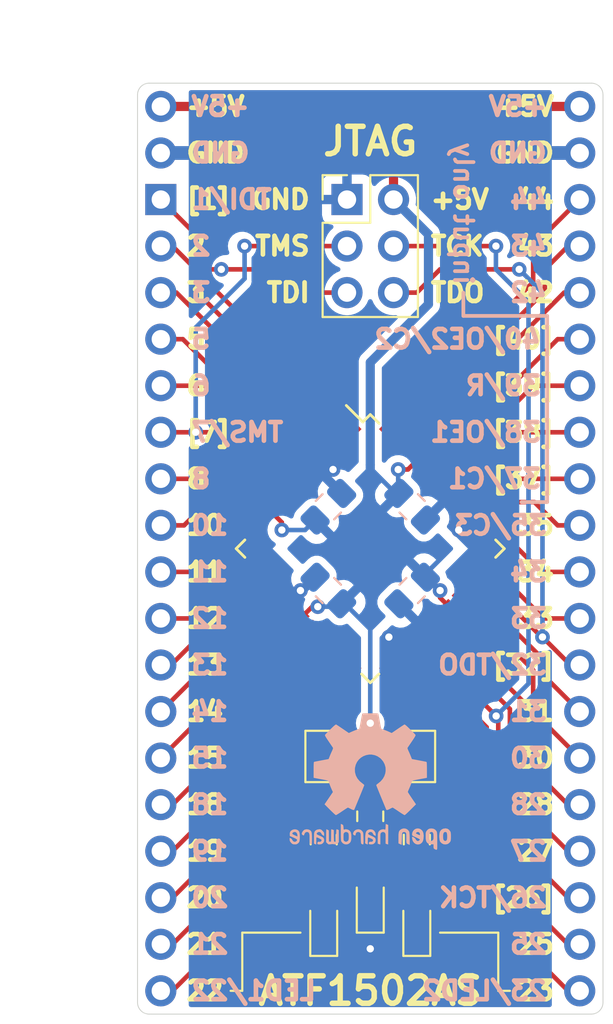
<source format=kicad_pcb>
(kicad_pcb (version 20191123) (host pcbnew "5.99.0-unknown-8bd2765~86~ubuntu18.04.1")

  (general
    (thickness 1.6)
    (drawings 110)
    (tracks 231)
    (modules 17)
    (nets 44)
  )

  (page "A4")
  (layers
    (0 "F.Cu" signal)
    (31 "B.Cu" signal)
    (32 "B.Adhes" user hide)
    (33 "F.Adhes" user hide)
    (34 "B.Paste" user hide)
    (35 "F.Paste" user hide)
    (36 "B.SilkS" user)
    (37 "F.SilkS" user)
    (38 "B.Mask" user hide)
    (39 "F.Mask" user hide)
    (40 "Dwgs.User" user)
    (41 "Cmts.User" user hide)
    (42 "Eco1.User" user hide)
    (43 "Eco2.User" user hide)
    (44 "Edge.Cuts" user)
    (45 "Margin" user hide)
    (46 "B.CrtYd" user)
    (47 "F.CrtYd" user)
    (48 "B.Fab" user hide)
    (49 "F.Fab" user hide)
  )

  (setup
    (stackup
      (layer "F.SilkS" (type "Top Silk Screen"))
      (layer "F.Paste" (type "Top Solder Paste"))
      (layer "F.Mask" (type "Top Solder Mask") (color "Green") (thickness 0.01))
      (layer "F.Cu" (type "copper") (thickness 0.035))
      (layer "dielectric 1" (type "core") (thickness 1.51) (material "FR4") (epsilon_r 4.5) (loss_tangent 0.02))
      (layer "B.Cu" (type "copper") (thickness 0.035))
      (layer "B.Mask" (type "Bottom Solder Mask") (color "Green") (thickness 0.01))
      (layer "B.Paste" (type "Bottom Solder Paste"))
      (layer "B.SilkS" (type "Bottom Silk Screen"))
      (copper_finish "None")
      (dielectric_constraints no)
    )
    (last_trace_width 0.25)
    (user_trace_width 0.25)
    (user_trace_width 0.5)
    (user_trace_width 0.75)
    (trace_clearance 0.2)
    (zone_clearance 0.381)
    (zone_45_only no)
    (trace_min 0.2)
    (via_size 0.8)
    (via_drill 0.4)
    (via_min_size 0.4)
    (via_min_drill 0.3)
    (uvia_size 0.3)
    (uvia_drill 0.1)
    (uvias_allowed no)
    (uvia_min_size 0.2)
    (uvia_min_drill 0.1)
    (max_error 0.005)
    (defaults
      (edge_clearance 0.01)
      (edge_cuts_line_width 0.05)
      (courtyard_line_width 0.05)
      (copper_line_width 0.2)
      (copper_text_dims (size 1.5 1.5) (thickness 0.3))
      (silk_line_width 0.12)
      (silk_text_dims (size 1 1) (thickness 0.15))
      (other_layers_line_width 0.1)
      (other_layers_text_dims (size 1 1) (thickness 0.15))
    )
    (pad_size 1.7 1.7)
    (pad_drill 1)
    (pad_to_mask_clearance 0.051)
    (solder_mask_min_width 0.25)
    (aux_axis_origin 62.23 74.93)
    (grid_origin 62.23 74.93)
    (visible_elements FFFFFF7F)
    (pcbplotparams
      (layerselection 0x010fc_ffffffff)
      (usegerberextensions false)
      (usegerberattributes false)
      (usegerberadvancedattributes false)
      (creategerberjobfile false)
      (excludeedgelayer true)
      (linewidth 0.100000)
      (plotframeref false)
      (viasonmask false)
      (mode 1)
      (useauxorigin false)
      (hpglpennumber 1)
      (hpglpenspeed 20)
      (hpglpendiameter 15.000000)
      (psnegative false)
      (psa4output false)
      (plotreference true)
      (plotvalue true)
      (plotinvisibletext false)
      (padsonsilk false)
      (subtractmaskfromsilk false)
      (outputformat 1)
      (mirror false)
      (drillshape 1)
      (scaleselection 1)
      (outputdirectory "")
    )
  )

  (net 0 "")
  (net 1 "GND")
  (net 2 "+5V")
  (net 3 "/TDO")
  (net 4 "/TDI")
  (net 5 "/TCK")
  (net 6 "/TMS")
  (net 7 "Net-(J2-Pad17)")
  (net 8 "Net-(J2-Pad16)")
  (net 9 "Net-(J2-Pad15)")
  (net 10 "Net-(J2-Pad14)")
  (net 11 "Net-(J2-Pad12)")
  (net 12 "Net-(J2-Pad11)")
  (net 13 "Net-(J2-Pad10)")
  (net 14 "Net-(J2-Pad9)")
  (net 15 "Net-(J2-Pad8)")
  (net 16 "Net-(J2-Pad7)")
  (net 17 "Net-(J2-Pad6)")
  (net 18 "Net-(J2-Pad5)")
  (net 19 "Net-(J2-Pad4)")
  (net 20 "Net-(J2-Pad3)")
  (net 21 "Net-(J3-Pad17)")
  (net 22 "Net-(J3-Pad16)")
  (net 23 "Net-(J3-Pad15)")
  (net 24 "Net-(J3-Pad14)")
  (net 25 "Net-(J3-Pad12)")
  (net 26 "Net-(J3-Pad11)")
  (net 27 "Net-(J3-Pad10)")
  (net 28 "Net-(J3-Pad9)")
  (net 29 "Net-(J3-Pad8)")
  (net 30 "Net-(J3-Pad7)")
  (net 31 "Net-(J3-Pad6)")
  (net 32 "Net-(J3-Pad5)")
  (net 33 "Net-(J3-Pad4)")
  (net 34 "Net-(J3-Pad3)")
  (net 35 "Net-(D1-Pad2)")
  (net 36 "Net-(D2-Pad2)")
  (net 37 "Net-(D3-Pad2)")
  (net 38 "/LED1")
  (net 39 "/LED2")
  (net 40 "Net-(JP1-Pad2)")
  (net 41 "Net-(JP2-Pad2)")
  (net 42 "Net-(J2-Pad2)")
  (net 43 "Net-(J3-Pad19)")

  (net_class "Default" "This is the default net class."
    (clearance 0.2)
    (trace_width 0.25)
    (via_dia 0.8)
    (via_drill 0.4)
    (uvia_dia 0.3)
    (uvia_drill 0.1)
    (add_net "/LED1")
    (add_net "/LED2")
    (add_net "/TCK")
    (add_net "/TDI")
    (add_net "/TDO")
    (add_net "/TMS")
    (add_net "Net-(D1-Pad2)")
    (add_net "Net-(D2-Pad2)")
    (add_net "Net-(D3-Pad2)")
    (add_net "Net-(J2-Pad10)")
    (add_net "Net-(J2-Pad11)")
    (add_net "Net-(J2-Pad12)")
    (add_net "Net-(J2-Pad14)")
    (add_net "Net-(J2-Pad15)")
    (add_net "Net-(J2-Pad16)")
    (add_net "Net-(J2-Pad17)")
    (add_net "Net-(J2-Pad2)")
    (add_net "Net-(J2-Pad3)")
    (add_net "Net-(J2-Pad4)")
    (add_net "Net-(J2-Pad5)")
    (add_net "Net-(J2-Pad6)")
    (add_net "Net-(J2-Pad7)")
    (add_net "Net-(J2-Pad8)")
    (add_net "Net-(J2-Pad9)")
    (add_net "Net-(J3-Pad10)")
    (add_net "Net-(J3-Pad11)")
    (add_net "Net-(J3-Pad12)")
    (add_net "Net-(J3-Pad14)")
    (add_net "Net-(J3-Pad15)")
    (add_net "Net-(J3-Pad16)")
    (add_net "Net-(J3-Pad17)")
    (add_net "Net-(J3-Pad19)")
    (add_net "Net-(J3-Pad3)")
    (add_net "Net-(J3-Pad4)")
    (add_net "Net-(J3-Pad5)")
    (add_net "Net-(J3-Pad6)")
    (add_net "Net-(J3-Pad7)")
    (add_net "Net-(J3-Pad8)")
    (add_net "Net-(J3-Pad9)")
    (add_net "Net-(JP1-Pad2)")
    (add_net "Net-(JP2-Pad2)")
  )

  (net_class "Power" ""
    (clearance 0.2)
    (trace_width 0.5)
    (via_dia 0.8)
    (via_drill 0.4)
    (uvia_dia 0.3)
    (uvia_drill 0.1)
    (add_net "+5V")
    (add_net "GND")
  )

  (module "ATF1502AS-EVB:PinSocket_1x20_P2.54mm_Vertical_NoSilk" (layer "B.Cu") (tedit 5DF62231) (tstamp 5DF1A8FD)
    (at 73.66 50.8 180)
    (descr "Through hole straight socket strip, 1x20, 2.54mm pitch, single row (from Kicad 4.0.7), script generated")
    (tags "Through hole socket strip THT 1x20 2.54mm single row")
    (path "/5DF22A50")
    (fp_text reference "J3" (at 0 2.77) (layer "B.SilkS") hide
      (effects (font (size 1 1) (thickness 0.15)) (justify mirror))
    )
    (fp_text value "Conn_01x20" (at 0 -51.03) (layer "B.Fab")
      (effects (font (size 1 1) (thickness 0.15)) (justify mirror))
    )
    (fp_line (start -1.27 1.27) (end 0.635 1.27) (layer "B.Fab") (width 0.1))
    (fp_line (start 0.635 1.27) (end 1.27 0.635) (layer "B.Fab") (width 0.1))
    (fp_line (start 1.27 0.635) (end 1.27 -49.53) (layer "B.Fab") (width 0.1))
    (fp_line (start 1.27 -49.53) (end -1.27 -49.53) (layer "B.Fab") (width 0.1))
    (fp_line (start -1.27 -49.53) (end -1.27 1.27) (layer "B.Fab") (width 0.1))
    (fp_line (start -1.8 1.8) (end 1.75 1.8) (layer "B.CrtYd") (width 0.05))
    (fp_line (start 1.75 1.8) (end 1.75 -50) (layer "B.CrtYd") (width 0.05))
    (fp_line (start 1.75 -50) (end -1.8 -50) (layer "B.CrtYd") (width 0.05))
    (fp_line (start -1.8 -50) (end -1.8 1.8) (layer "B.CrtYd") (width 0.05))
    (fp_text user "%R" (at 0 -24.13 270) (layer "B.Fab")
      (effects (font (size 1 1) (thickness 0.15)) (justify mirror))
    )
    (pad "20" thru_hole oval (at 0 -48.26 180) (size 1.7 1.7) (drill 1) (layers *.Cu *.Mask)
      (net 39 "/LED2"))
    (pad "19" thru_hole oval (at 0 -45.72 180) (size 1.7 1.7) (drill 1) (layers *.Cu *.Mask)
      (net 43 "Net-(J3-Pad19)"))
    (pad "18" thru_hole oval (at 0 -43.18 180) (size 1.7 1.7) (drill 1) (layers *.Cu *.Mask)
      (net 5 "/TCK"))
    (pad "17" thru_hole oval (at 0 -40.64 180) (size 1.7 1.7) (drill 1) (layers *.Cu *.Mask)
      (net 21 "Net-(J3-Pad17)"))
    (pad "16" thru_hole oval (at 0 -38.1 180) (size 1.7 1.7) (drill 1) (layers *.Cu *.Mask)
      (net 22 "Net-(J3-Pad16)"))
    (pad "15" thru_hole oval (at 0 -35.56 180) (size 1.7 1.7) (drill 1) (layers *.Cu *.Mask)
      (net 23 "Net-(J3-Pad15)"))
    (pad "14" thru_hole oval (at 0 -33.02 180) (size 1.7 1.7) (drill 1) (layers *.Cu *.Mask)
      (net 24 "Net-(J3-Pad14)"))
    (pad "13" thru_hole oval (at 0 -30.48 180) (size 1.7 1.7) (drill 1) (layers *.Cu *.Mask)
      (net 3 "/TDO"))
    (pad "12" thru_hole oval (at 0 -27.94 180) (size 1.7 1.7) (drill 1) (layers *.Cu *.Mask)
      (net 25 "Net-(J3-Pad12)"))
    (pad "11" thru_hole oval (at 0 -25.4 180) (size 1.7 1.7) (drill 1) (layers *.Cu *.Mask)
      (net 26 "Net-(J3-Pad11)"))
    (pad "10" thru_hole oval (at 0 -22.86 180) (size 1.7 1.7) (drill 1) (layers *.Cu *.Mask)
      (net 27 "Net-(J3-Pad10)"))
    (pad "9" thru_hole oval (at 0 -20.32 180) (size 1.7 1.7) (drill 1) (layers *.Cu *.Mask)
      (net 28 "Net-(J3-Pad9)"))
    (pad "8" thru_hole oval (at 0 -17.78 180) (size 1.7 1.7) (drill 1) (layers *.Cu *.Mask)
      (net 29 "Net-(J3-Pad8)"))
    (pad "7" thru_hole oval (at 0 -15.24 180) (size 1.7 1.7) (drill 1) (layers *.Cu *.Mask)
      (net 30 "Net-(J3-Pad7)"))
    (pad "6" thru_hole oval (at 0 -12.7 180) (size 1.7 1.7) (drill 1) (layers *.Cu *.Mask)
      (net 31 "Net-(J3-Pad6)"))
    (pad "5" thru_hole oval (at 0 -10.16 180) (size 1.7 1.7) (drill 1) (layers *.Cu *.Mask)
      (net 32 "Net-(J3-Pad5)"))
    (pad "4" thru_hole oval (at 0 -7.62 180) (size 1.7 1.7) (drill 1) (layers *.Cu *.Mask)
      (net 33 "Net-(J3-Pad4)"))
    (pad "3" thru_hole oval (at 0 -5.08 180) (size 1.7 1.7) (drill 1) (layers *.Cu *.Mask)
      (net 34 "Net-(J3-Pad3)"))
    (pad "2" thru_hole oval (at 0 -2.54 180) (size 1.7 1.7) (drill 1) (layers *.Cu *.Mask)
      (net 1 "GND"))
    (pad "1" thru_hole oval (at 0 0 180) (size 1.7 1.7) (drill 1) (layers *.Cu *.Mask)
      (net 2 "+5V"))
    (model "${KISYS3DMOD}/Connector_PinSocket_2.54mm.3dshapes/PinSocket_1x20_P2.54mm_Vertical.wrl"
      (at (xyz 0 0 0))
      (scale (xyz 1 1 1))
      (rotate (xyz 0 0 0))
    )
  )

  (module "ATF1502AS-EVB:PinSocket_1x20_P2.54mm_Vertical_NoSilk" (layer "B.Cu") (tedit 5DF62243) (tstamp 5DF1B120)
    (at 50.8 99.06)
    (descr "Through hole straight socket strip, 1x20, 2.54mm pitch, single row (from Kicad 4.0.7), script generated")
    (tags "Through hole socket strip THT 1x20 2.54mm single row")
    (path "/5DF1D0F8")
    (fp_text reference "J2" (at 0 2.77) (layer "B.SilkS") hide
      (effects (font (size 1 1) (thickness 0.15)) (justify mirror))
    )
    (fp_text value "Conn_01x20" (at 0 -51.03) (layer "B.Fab")
      (effects (font (size 1 1) (thickness 0.15)) (justify mirror))
    )
    (fp_line (start -1.27 1.27) (end 0.635 1.27) (layer "B.Fab") (width 0.1))
    (fp_line (start 0.635 1.27) (end 1.27 0.635) (layer "B.Fab") (width 0.1))
    (fp_line (start 1.27 0.635) (end 1.27 -49.53) (layer "B.Fab") (width 0.1))
    (fp_line (start 1.27 -49.53) (end -1.27 -49.53) (layer "B.Fab") (width 0.1))
    (fp_line (start -1.27 -49.53) (end -1.27 1.27) (layer "B.Fab") (width 0.1))
    (fp_line (start -1.8 1.8) (end 1.75 1.8) (layer "B.CrtYd") (width 0.05))
    (fp_line (start 1.75 1.8) (end 1.75 -50) (layer "B.CrtYd") (width 0.05))
    (fp_line (start 1.75 -50) (end -1.8 -50) (layer "B.CrtYd") (width 0.05))
    (fp_line (start -1.8 -50) (end -1.8 1.8) (layer "B.CrtYd") (width 0.05))
    (fp_text user "%R" (at 0 -24.13 -90) (layer "B.Fab")
      (effects (font (size 1 1) (thickness 0.15)) (justify mirror))
    )
    (pad "20" thru_hole oval (at 0 -48.26) (size 1.7 1.7) (drill 1) (layers *.Cu *.Mask)
      (net 2 "+5V"))
    (pad "19" thru_hole oval (at 0 -45.72) (size 1.7 1.7) (drill 1) (layers *.Cu *.Mask)
      (net 1 "GND"))
    (pad "18" thru_hole rect (at 0 -43.18) (size 1.7 1.7) (drill 1) (layers *.Cu *.Mask)
      (net 4 "/TDI"))
    (pad "17" thru_hole oval (at 0 -40.64) (size 1.7 1.7) (drill 1) (layers *.Cu *.Mask)
      (net 7 "Net-(J2-Pad17)"))
    (pad "16" thru_hole oval (at 0 -38.1) (size 1.7 1.7) (drill 1) (layers *.Cu *.Mask)
      (net 8 "Net-(J2-Pad16)"))
    (pad "15" thru_hole oval (at 0 -35.56) (size 1.7 1.7) (drill 1) (layers *.Cu *.Mask)
      (net 9 "Net-(J2-Pad15)"))
    (pad "14" thru_hole oval (at 0 -33.02) (size 1.7 1.7) (drill 1) (layers *.Cu *.Mask)
      (net 10 "Net-(J2-Pad14)"))
    (pad "13" thru_hole oval (at 0 -30.48) (size 1.7 1.7) (drill 1) (layers *.Cu *.Mask)
      (net 6 "/TMS"))
    (pad "12" thru_hole oval (at 0 -27.94) (size 1.7 1.7) (drill 1) (layers *.Cu *.Mask)
      (net 11 "Net-(J2-Pad12)"))
    (pad "11" thru_hole oval (at 0 -25.4) (size 1.7 1.7) (drill 1) (layers *.Cu *.Mask)
      (net 12 "Net-(J2-Pad11)"))
    (pad "10" thru_hole oval (at 0 -22.86) (size 1.7 1.7) (drill 1) (layers *.Cu *.Mask)
      (net 13 "Net-(J2-Pad10)"))
    (pad "9" thru_hole oval (at 0 -20.32) (size 1.7 1.7) (drill 1) (layers *.Cu *.Mask)
      (net 14 "Net-(J2-Pad9)"))
    (pad "8" thru_hole oval (at 0 -17.78) (size 1.7 1.7) (drill 1) (layers *.Cu *.Mask)
      (net 15 "Net-(J2-Pad8)"))
    (pad "7" thru_hole oval (at 0 -15.24) (size 1.7 1.7) (drill 1) (layers *.Cu *.Mask)
      (net 16 "Net-(J2-Pad7)"))
    (pad "6" thru_hole oval (at 0 -12.7) (size 1.7 1.7) (drill 1) (layers *.Cu *.Mask)
      (net 17 "Net-(J2-Pad6)"))
    (pad "5" thru_hole oval (at 0 -10.16) (size 1.7 1.7) (drill 1) (layers *.Cu *.Mask)
      (net 18 "Net-(J2-Pad5)"))
    (pad "4" thru_hole oval (at 0 -7.62) (size 1.7 1.7) (drill 1) (layers *.Cu *.Mask)
      (net 19 "Net-(J2-Pad4)"))
    (pad "3" thru_hole oval (at 0 -5.08) (size 1.7 1.7) (drill 1) (layers *.Cu *.Mask)
      (net 20 "Net-(J2-Pad3)"))
    (pad "2" thru_hole oval (at 0 -2.54) (size 1.7 1.7) (drill 1) (layers *.Cu *.Mask)
      (net 42 "Net-(J2-Pad2)"))
    (pad "1" thru_hole oval (at 0 0) (size 1.7 1.7) (drill 1) (layers *.Cu *.Mask)
      (net 38 "/LED1"))
    (model "${KISYS3DMOD}/Connector_PinSocket_2.54mm.3dshapes/PinSocket_1x20_P2.54mm_Vertical.wrl"
      (at (xyz 0 0 0))
      (scale (xyz 1 1 1))
      (rotate (xyz 0 0 0))
    )
  )

  (module "Symbol:OSHW-Logo2_9.8x8mm_SilkScreen" (layer "B.Cu") (tedit 0) (tstamp 5DF1E51B)
    (at 62.23 87.63 180)
    (descr "Open Source Hardware Symbol")
    (tags "Logo Symbol OSHW")
    (attr virtual)
    (fp_text reference "REF**" (at 0 0) (layer "B.SilkS") hide
      (effects (font (size 1 1) (thickness 0.15)) (justify mirror))
    )
    (fp_text value "OSHW-Logo2_9.8x8mm_SilkScreen" (at 0.75 0) (layer "B.Fab") hide
      (effects (font (size 1 1) (thickness 0.15)) (justify mirror))
    )
    (fp_poly (pts (xy -3.231114 -2.584505) (xy -3.156461 -2.621727) (xy -3.090569 -2.690261) (xy -3.072423 -2.715648)
      (xy -3.052655 -2.748866) (xy -3.039828 -2.784945) (xy -3.03249 -2.833098) (xy -3.029187 -2.902536)
      (xy -3.028462 -2.994206) (xy -3.031737 -3.11983) (xy -3.043123 -3.214154) (xy -3.064959 -3.284523)
      (xy -3.099581 -3.338286) (xy -3.14933 -3.382788) (xy -3.152986 -3.385423) (xy -3.202015 -3.412377)
      (xy -3.261055 -3.425712) (xy -3.336141 -3.429) (xy -3.458205 -3.429) (xy -3.458256 -3.547497)
      (xy -3.459392 -3.613492) (xy -3.466314 -3.652202) (xy -3.484402 -3.675419) (xy -3.519038 -3.694933)
      (xy -3.527355 -3.69892) (xy -3.56628 -3.717603) (xy -3.596417 -3.729403) (xy -3.618826 -3.730422)
      (xy -3.634567 -3.716761) (xy -3.644698 -3.684522) (xy -3.650277 -3.629804) (xy -3.652365 -3.548711)
      (xy -3.652019 -3.437344) (xy -3.6503 -3.291802) (xy -3.649763 -3.248269) (xy -3.647828 -3.098205)
      (xy -3.646096 -3.000042) (xy -3.458308 -3.000042) (xy -3.457252 -3.083364) (xy -3.452562 -3.13788)
      (xy -3.441949 -3.173837) (xy -3.423128 -3.201482) (xy -3.41035 -3.214965) (xy -3.35811 -3.254417)
      (xy -3.311858 -3.257628) (xy -3.264133 -3.225049) (xy -3.262923 -3.223846) (xy -3.243506 -3.198668)
      (xy -3.231693 -3.164447) (xy -3.225735 -3.111748) (xy -3.22388 -3.031131) (xy -3.223846 -3.013271)
      (xy -3.22833 -2.902175) (xy -3.242926 -2.825161) (xy -3.26935 -2.778147) (xy -3.309317 -2.75705)
      (xy -3.332416 -2.754923) (xy -3.387238 -2.7649) (xy -3.424842 -2.797752) (xy -3.447477 -2.857857)
      (xy -3.457394 -2.949598) (xy -3.458308 -3.000042) (xy -3.646096 -3.000042) (xy -3.645778 -2.98206)
      (xy -3.643127 -2.894679) (xy -3.639394 -2.830905) (xy -3.634093 -2.785582) (xy -3.626742 -2.753555)
      (xy -3.616857 -2.729668) (xy -3.603954 -2.708764) (xy -3.598421 -2.700898) (xy -3.525031 -2.626595)
      (xy -3.43224 -2.584467) (xy -3.324904 -2.572722) (xy -3.231114 -2.584505)) (layer "B.SilkS") (width 0.01))
    (fp_poly (pts (xy -1.728336 -2.595089) (xy -1.665633 -2.631358) (xy -1.622039 -2.667358) (xy -1.590155 -2.705075)
      (xy -1.56819 -2.751199) (xy -1.554351 -2.812421) (xy -1.546847 -2.895431) (xy -1.543883 -3.006919)
      (xy -1.543539 -3.087062) (xy -1.543539 -3.382065) (xy -1.709615 -3.456515) (xy -1.719385 -3.133402)
      (xy -1.723421 -3.012729) (xy -1.727656 -2.925141) (xy -1.732903 -2.86465) (xy -1.739975 -2.825268)
      (xy -1.749689 -2.801007) (xy -1.762856 -2.78588) (xy -1.767081 -2.782606) (xy -1.831091 -2.757034)
      (xy -1.895792 -2.767153) (xy -1.934308 -2.794) (xy -1.949975 -2.813024) (xy -1.96082 -2.837988)
      (xy -1.967712 -2.875834) (xy -1.971521 -2.933502) (xy -1.973117 -3.017935) (xy -1.973385 -3.105928)
      (xy -1.973437 -3.216323) (xy -1.975328 -3.294463) (xy -1.981655 -3.347165) (xy -1.995017 -3.381242)
      (xy -2.018015 -3.403511) (xy -2.053246 -3.420787) (xy -2.100303 -3.438738) (xy -2.151697 -3.458278)
      (xy -2.145579 -3.111485) (xy -2.143116 -2.986468) (xy -2.140233 -2.894082) (xy -2.136102 -2.827881)
      (xy -2.129893 -2.78142) (xy -2.120774 -2.748256) (xy -2.107917 -2.721944) (xy -2.092416 -2.698729)
      (xy -2.017629 -2.624569) (xy -1.926372 -2.581684) (xy -1.827117 -2.571412) (xy -1.728336 -2.595089)) (layer "B.SilkS") (width 0.01))
    (fp_poly (pts (xy -3.983114 -2.587256) (xy -3.891536 -2.635409) (xy -3.823951 -2.712905) (xy -3.799943 -2.762727)
      (xy -3.781262 -2.837533) (xy -3.771699 -2.932052) (xy -3.770792 -3.03521) (xy -3.778079 -3.135935)
      (xy -3.793097 -3.223153) (xy -3.815385 -3.285791) (xy -3.822235 -3.296579) (xy -3.903368 -3.377105)
      (xy -3.999734 -3.425336) (xy -4.104299 -3.43945) (xy -4.210032 -3.417629) (xy -4.239457 -3.404547)
      (xy -4.296759 -3.364231) (xy -4.34705 -3.310775) (xy -4.351803 -3.303995) (xy -4.371122 -3.271321)
      (xy -4.383892 -3.236394) (xy -4.391436 -3.190414) (xy -4.395076 -3.124584) (xy -4.396135 -3.030105)
      (xy -4.396154 -3.008923) (xy -4.396106 -3.002182) (xy -4.200769 -3.002182) (xy -4.199632 -3.091349)
      (xy -4.195159 -3.15052) (xy -4.185754 -3.188741) (xy -4.169824 -3.215053) (xy -4.161692 -3.223846)
      (xy -4.114942 -3.257261) (xy -4.069553 -3.255737) (xy -4.02366 -3.226752) (xy -3.996288 -3.195809)
      (xy -3.980077 -3.150643) (xy -3.970974 -3.07942) (xy -3.970349 -3.071114) (xy -3.968796 -2.942037)
      (xy -3.985035 -2.846172) (xy -4.018848 -2.784107) (xy -4.070016 -2.756432) (xy -4.08828 -2.754923)
      (xy -4.13624 -2.762513) (xy -4.169047 -2.788808) (xy -4.189105 -2.839095) (xy -4.198822 -2.918664)
      (xy -4.200769 -3.002182) (xy -4.396106 -3.002182) (xy -4.395426 -2.908249) (xy -4.392371 -2.837906)
      (xy -4.385678 -2.789163) (xy -4.37404 -2.753288) (xy -4.356147 -2.721548) (xy -4.352192 -2.715648)
      (xy -4.285733 -2.636104) (xy -4.213315 -2.589929) (xy -4.125151 -2.571599) (xy -4.095213 -2.570703)
      (xy -3.983114 -2.587256)) (layer "B.SilkS") (width 0.01))
    (fp_poly (pts (xy -2.465746 -2.599745) (xy -2.388714 -2.651567) (xy -2.329184 -2.726412) (xy -2.293622 -2.821654)
      (xy -2.286429 -2.891756) (xy -2.287246 -2.921009) (xy -2.294086 -2.943407) (xy -2.312888 -2.963474)
      (xy -2.349592 -2.985733) (xy -2.410138 -3.014709) (xy -2.500466 -3.054927) (xy -2.500923 -3.055129)
      (xy -2.584067 -3.09321) (xy -2.652247 -3.127025) (xy -2.698495 -3.152933) (xy -2.715842 -3.167295)
      (xy -2.715846 -3.167411) (xy -2.700557 -3.198685) (xy -2.664804 -3.233157) (xy -2.623758 -3.25799)
      (xy -2.602963 -3.262923) (xy -2.54623 -3.245862) (xy -2.497373 -3.203133) (xy -2.473535 -3.156155)
      (xy -2.450603 -3.121522) (xy -2.405682 -3.082081) (xy -2.352877 -3.048009) (xy -2.30629 -3.02948)
      (xy -2.296548 -3.028462) (xy -2.285582 -3.045215) (xy -2.284921 -3.088039) (xy -2.29298 -3.145781)
      (xy -2.308173 -3.207289) (xy -2.328914 -3.261409) (xy -2.329962 -3.26351) (xy -2.392379 -3.35066)
      (xy -2.473274 -3.409939) (xy -2.565144 -3.439034) (xy -2.660487 -3.435634) (xy -2.751802 -3.397428)
      (xy -2.755862 -3.394741) (xy -2.827694 -3.329642) (xy -2.874927 -3.244705) (xy -2.901066 -3.133021)
      (xy -2.904574 -3.101643) (xy -2.910787 -2.953536) (xy -2.903339 -2.884468) (xy -2.715846 -2.884468)
      (xy -2.71341 -2.927552) (xy -2.700086 -2.940126) (xy -2.666868 -2.930719) (xy -2.614506 -2.908483)
      (xy -2.555976 -2.88061) (xy -2.554521 -2.879872) (xy -2.504911 -2.853777) (xy -2.485 -2.836363)
      (xy -2.48991 -2.818107) (xy -2.510584 -2.79412) (xy -2.563181 -2.759406) (xy -2.619823 -2.756856)
      (xy -2.670631 -2.782119) (xy -2.705724 -2.830847) (xy -2.715846 -2.884468) (xy -2.903339 -2.884468)
      (xy -2.898008 -2.835036) (xy -2.865222 -2.741055) (xy -2.819579 -2.675215) (xy -2.737198 -2.608681)
      (xy -2.646454 -2.575676) (xy -2.553815 -2.573573) (xy -2.465746 -2.599745)) (layer "B.SilkS") (width 0.01))
    (fp_poly (pts (xy -0.840154 -2.49212) (xy -0.834428 -2.57198) (xy -0.827851 -2.619039) (xy -0.818738 -2.639566)
      (xy -0.805402 -2.639829) (xy -0.801077 -2.637378) (xy -0.743556 -2.619636) (xy -0.668732 -2.620672)
      (xy -0.592661 -2.63891) (xy -0.545082 -2.662505) (xy -0.496298 -2.700198) (xy -0.460636 -2.742855)
      (xy -0.436155 -2.797057) (xy -0.420913 -2.869384) (xy -0.41297 -2.966419) (xy -0.410384 -3.094742)
      (xy -0.410338 -3.119358) (xy -0.410308 -3.39587) (xy -0.471839 -3.41732) (xy -0.515541 -3.431912)
      (xy -0.539518 -3.438706) (xy -0.540223 -3.438769) (xy -0.542585 -3.420345) (xy -0.544594 -3.369526)
      (xy -0.546099 -3.292993) (xy -0.546947 -3.19743) (xy -0.547077 -3.139329) (xy -0.547349 -3.024771)
      (xy -0.548748 -2.942667) (xy -0.552151 -2.886393) (xy -0.558433 -2.849326) (xy -0.568471 -2.824844)
      (xy -0.583139 -2.806325) (xy -0.592298 -2.797406) (xy -0.655211 -2.761466) (xy -0.723864 -2.758775)
      (xy -0.786152 -2.78917) (xy -0.797671 -2.800144) (xy -0.814567 -2.820779) (xy -0.826286 -2.845256)
      (xy -0.833767 -2.880647) (xy -0.837946 -2.934026) (xy -0.839763 -3.012466) (xy -0.840154 -3.120617)
      (xy -0.840154 -3.39587) (xy -0.901685 -3.41732) (xy -0.945387 -3.431912) (xy -0.969364 -3.438706)
      (xy -0.97007 -3.438769) (xy -0.971874 -3.420069) (xy -0.9735 -3.367322) (xy -0.974883 -3.285557)
      (xy -0.975958 -3.179805) (xy -0.97666 -3.055094) (xy -0.976923 -2.916455) (xy -0.976923 -2.381806)
      (xy -0.849923 -2.328236) (xy -0.840154 -2.49212)) (layer "B.SilkS") (width 0.01))
    (fp_poly (pts (xy 0.053501 -2.626303) (xy 0.13006 -2.654733) (xy 0.130936 -2.655279) (xy 0.178285 -2.690127)
      (xy 0.213241 -2.730852) (xy 0.237825 -2.783925) (xy 0.254062 -2.855814) (xy 0.263975 -2.952992)
      (xy 0.269586 -3.081928) (xy 0.270077 -3.100298) (xy 0.277141 -3.377287) (xy 0.217695 -3.408028)
      (xy 0.174681 -3.428802) (xy 0.14871 -3.438646) (xy 0.147509 -3.438769) (xy 0.143014 -3.420606)
      (xy 0.139444 -3.371612) (xy 0.137248 -3.300031) (xy 0.136769 -3.242068) (xy 0.136758 -3.14817)
      (xy 0.132466 -3.089203) (xy 0.117503 -3.061079) (xy 0.085482 -3.059706) (xy 0.030014 -3.080998)
      (xy -0.053731 -3.120136) (xy -0.115311 -3.152643) (xy -0.146983 -3.180845) (xy -0.156294 -3.211582)
      (xy -0.156308 -3.213104) (xy -0.140943 -3.266054) (xy -0.095453 -3.29466) (xy -0.025834 -3.298803)
      (xy 0.024313 -3.298084) (xy 0.050754 -3.312527) (xy 0.067243 -3.347218) (xy 0.076733 -3.391416)
      (xy 0.063057 -3.416493) (xy 0.057907 -3.420082) (xy 0.009425 -3.434496) (xy -0.058469 -3.436537)
      (xy -0.128388 -3.426983) (xy -0.177932 -3.409522) (xy -0.24643 -3.351364) (xy -0.285366 -3.270408)
      (xy -0.293077 -3.20716) (xy -0.287193 -3.150111) (xy -0.265899 -3.103542) (xy -0.223735 -3.062181)
      (xy -0.155241 -3.020755) (xy -0.054956 -2.973993) (xy -0.048846 -2.97135) (xy 0.04149 -2.929617)
      (xy 0.097235 -2.895391) (xy 0.121129 -2.864635) (xy 0.115913 -2.833311) (xy 0.084328 -2.797383)
      (xy 0.074883 -2.789116) (xy 0.011617 -2.757058) (xy -0.053936 -2.758407) (xy -0.111028 -2.789838)
      (xy -0.148907 -2.848024) (xy -0.152426 -2.859446) (xy -0.1867 -2.914837) (xy -0.230191 -2.941518)
      (xy -0.293077 -2.96796) (xy -0.293077 -2.899548) (xy -0.273948 -2.80011) (xy -0.217169 -2.708902)
      (xy -0.187622 -2.678389) (xy -0.120458 -2.639228) (xy -0.035044 -2.6215) (xy 0.053501 -2.626303)) (layer "B.SilkS") (width 0.01))
    (fp_poly (pts (xy 0.713362 -2.62467) (xy 0.802117 -2.657421) (xy 0.874022 -2.71535) (xy 0.902144 -2.756128)
      (xy 0.932802 -2.830954) (xy 0.932165 -2.885058) (xy 0.899987 -2.921446) (xy 0.888081 -2.927633)
      (xy 0.836675 -2.946925) (xy 0.810422 -2.941982) (xy 0.80153 -2.909587) (xy 0.801077 -2.891692)
      (xy 0.784797 -2.825859) (xy 0.742365 -2.779807) (xy 0.683388 -2.757564) (xy 0.617475 -2.763161)
      (xy 0.563895 -2.792229) (xy 0.545798 -2.80881) (xy 0.532971 -2.828925) (xy 0.524306 -2.859332)
      (xy 0.518696 -2.906788) (xy 0.515035 -2.97805) (xy 0.512215 -3.079875) (xy 0.511484 -3.112115)
      (xy 0.50882 -3.22241) (xy 0.505792 -3.300036) (xy 0.50125 -3.351396) (xy 0.494046 -3.38289)
      (xy 0.483033 -3.40092) (xy 0.46706 -3.411888) (xy 0.456834 -3.416733) (xy 0.413406 -3.433301)
      (xy 0.387842 -3.438769) (xy 0.379395 -3.420507) (xy 0.374239 -3.365296) (xy 0.372346 -3.272499)
      (xy 0.373689 -3.141478) (xy 0.374107 -3.121269) (xy 0.377058 -3.001733) (xy 0.380548 -2.914449)
      (xy 0.385514 -2.852591) (xy 0.392893 -2.809336) (xy 0.403624 -2.77786) (xy 0.418645 -2.751339)
      (xy 0.426502 -2.739975) (xy 0.471553 -2.689692) (xy 0.52194 -2.650581) (xy 0.528108 -2.647167)
      (xy 0.618458 -2.620212) (xy 0.713362 -2.62467)) (layer "B.SilkS") (width 0.01))
    (fp_poly (pts (xy 1.602081 -2.780289) (xy 1.601833 -2.92632) (xy 1.600872 -3.038655) (xy 1.598794 -3.122678)
      (xy 1.595193 -3.183769) (xy 1.589665 -3.227309) (xy 1.581804 -3.258679) (xy 1.571207 -3.283262)
      (xy 1.563182 -3.297294) (xy 1.496728 -3.373388) (xy 1.41247 -3.421084) (xy 1.319249 -3.438199)
      (xy 1.2259 -3.422546) (xy 1.170312 -3.394418) (xy 1.111957 -3.34576) (xy 1.072186 -3.286333)
      (xy 1.04819 -3.208507) (xy 1.037161 -3.104652) (xy 1.035599 -3.028462) (xy 1.035809 -3.022986)
      (xy 1.172308 -3.022986) (xy 1.173141 -3.110355) (xy 1.176961 -3.168192) (xy 1.185746 -3.206029)
      (xy 1.201474 -3.233398) (xy 1.220266 -3.254042) (xy 1.283375 -3.29389) (xy 1.351137 -3.297295)
      (xy 1.415179 -3.264025) (xy 1.420164 -3.259517) (xy 1.441439 -3.236067) (xy 1.454779 -3.208166)
      (xy 1.462001 -3.166641) (xy 1.464923 -3.102316) (xy 1.465385 -3.0312) (xy 1.464383 -2.941858)
      (xy 1.460238 -2.882258) (xy 1.451236 -2.843089) (xy 1.435667 -2.81504) (xy 1.422902 -2.800144)
      (xy 1.3636 -2.762575) (xy 1.295301 -2.758057) (xy 1.23011 -2.786753) (xy 1.217528 -2.797406)
      (xy 1.196111 -2.821063) (xy 1.182744 -2.849251) (xy 1.175566 -2.891245) (xy 1.172719 -2.956319)
      (xy 1.172308 -3.022986) (xy 1.035809 -3.022986) (xy 1.040322 -2.905765) (xy 1.056362 -2.813577)
      (xy 1.086528 -2.744269) (xy 1.133629 -2.690211) (xy 1.170312 -2.662505) (xy 1.23699 -2.632572)
      (xy 1.314272 -2.618678) (xy 1.38611 -2.622397) (xy 1.426308 -2.6374) (xy 1.442082 -2.64167)
      (xy 1.45255 -2.62575) (xy 1.459856 -2.583089) (xy 1.465385 -2.518106) (xy 1.471437 -2.445732)
      (xy 1.479844 -2.402187) (xy 1.495141 -2.377287) (xy 1.521864 -2.360845) (xy 1.538654 -2.353564)
      (xy 1.602154 -2.326963) (xy 1.602081 -2.780289)) (layer "B.SilkS") (width 0.01))
    (fp_poly (pts (xy 2.395929 -2.636662) (xy 2.398911 -2.688068) (xy 2.401247 -2.766192) (xy 2.402749 -2.864857)
      (xy 2.403231 -2.968343) (xy 2.403231 -3.318533) (xy 2.341401 -3.380363) (xy 2.298793 -3.418462)
      (xy 2.26139 -3.433895) (xy 2.21027 -3.432918) (xy 2.189978 -3.430433) (xy 2.126554 -3.4232)
      (xy 2.074095 -3.419055) (xy 2.061308 -3.418672) (xy 2.018199 -3.421176) (xy 1.956544 -3.427462)
      (xy 1.932638 -3.430433) (xy 1.873922 -3.435028) (xy 1.834464 -3.425046) (xy 1.795338 -3.394228)
      (xy 1.781215 -3.380363) (xy 1.719385 -3.318533) (xy 1.719385 -2.663503) (xy 1.76915 -2.640829)
      (xy 1.812002 -2.624034) (xy 1.837073 -2.618154) (xy 1.843501 -2.636736) (xy 1.849509 -2.688655)
      (xy 1.854697 -2.768172) (xy 1.858664 -2.869546) (xy 1.860577 -2.955192) (xy 1.865923 -3.292231)
      (xy 1.91256 -3.298825) (xy 1.954976 -3.294214) (xy 1.97576 -3.279287) (xy 1.98157 -3.251377)
      (xy 1.98653 -3.191925) (xy 1.990246 -3.108466) (xy 1.992324 -3.008532) (xy 1.992624 -2.957104)
      (xy 1.992923 -2.661054) (xy 2.054454 -2.639604) (xy 2.098004 -2.62502) (xy 2.121694 -2.618219)
      (xy 2.122377 -2.618154) (xy 2.124754 -2.636642) (xy 2.127366 -2.687906) (xy 2.129995 -2.765649)
      (xy 2.132421 -2.863574) (xy 2.134115 -2.955192) (xy 2.139461 -3.292231) (xy 2.256692 -3.292231)
      (xy 2.262072 -2.984746) (xy 2.267451 -2.677261) (xy 2.324601 -2.647707) (xy 2.366797 -2.627413)
      (xy 2.39177 -2.618204) (xy 2.392491 -2.618154) (xy 2.395929 -2.636662)) (layer "B.SilkS") (width 0.01))
    (fp_poly (pts (xy 2.887333 -2.633528) (xy 2.94359 -2.659117) (xy 2.987747 -2.690124) (xy 3.020101 -2.724795)
      (xy 3.042438 -2.76952) (xy 3.056546 -2.830692) (xy 3.064211 -2.914701) (xy 3.06722 -3.02794)
      (xy 3.067538 -3.102509) (xy 3.067538 -3.39342) (xy 3.017773 -3.416095) (xy 2.978576 -3.432667)
      (xy 2.959157 -3.438769) (xy 2.955442 -3.42061) (xy 2.952495 -3.371648) (xy 2.950691 -3.300153)
      (xy 2.950308 -3.243385) (xy 2.948661 -3.161371) (xy 2.944222 -3.096309) (xy 2.93774 -3.056467)
      (xy 2.93259 -3.048) (xy 2.897977 -3.056646) (xy 2.84364 -3.078823) (xy 2.780722 -3.108886)
      (xy 2.720368 -3.141192) (xy 2.673721 -3.170098) (xy 2.651926 -3.189961) (xy 2.651839 -3.190175)
      (xy 2.653714 -3.226935) (xy 2.670525 -3.262026) (xy 2.700039 -3.290528) (xy 2.743116 -3.300061)
      (xy 2.779932 -3.29895) (xy 2.832074 -3.298133) (xy 2.859444 -3.310349) (xy 2.875882 -3.342624)
      (xy 2.877955 -3.34871) (xy 2.885081 -3.394739) (xy 2.866024 -3.422687) (xy 2.816353 -3.436007)
      (xy 2.762697 -3.43847) (xy 2.666142 -3.42021) (xy 2.616159 -3.394131) (xy 2.554429 -3.332868)
      (xy 2.52169 -3.25767) (xy 2.518753 -3.178211) (xy 2.546424 -3.104167) (xy 2.588047 -3.057769)
      (xy 2.629604 -3.031793) (xy 2.694922 -2.998907) (xy 2.771038 -2.965557) (xy 2.783726 -2.960461)
      (xy 2.867333 -2.923565) (xy 2.91553 -2.891046) (xy 2.93103 -2.858718) (xy 2.91655 -2.822394)
      (xy 2.891692 -2.794) (xy 2.832939 -2.759039) (xy 2.768293 -2.756417) (xy 2.709008 -2.783358)
      (xy 2.666339 -2.837088) (xy 2.660739 -2.85095) (xy 2.628133 -2.901936) (xy 2.58053 -2.939787)
      (xy 2.520461 -2.97085) (xy 2.520461 -2.882768) (xy 2.523997 -2.828951) (xy 2.539156 -2.786534)
      (xy 2.572768 -2.741279) (xy 2.605035 -2.70642) (xy 2.655209 -2.657062) (xy 2.694193 -2.630547)
      (xy 2.736064 -2.619911) (xy 2.78346 -2.618154) (xy 2.887333 -2.633528)) (layer "B.SilkS") (width 0.01))
    (fp_poly (pts (xy 3.570807 -2.636782) (xy 3.594161 -2.646988) (xy 3.649902 -2.691134) (xy 3.697569 -2.754967)
      (xy 3.727048 -2.823087) (xy 3.731846 -2.85667) (xy 3.71576 -2.903556) (xy 3.680475 -2.928365)
      (xy 3.642644 -2.943387) (xy 3.625321 -2.946155) (xy 3.616886 -2.926066) (xy 3.60023 -2.882351)
      (xy 3.592923 -2.862598) (xy 3.551948 -2.794271) (xy 3.492622 -2.760191) (xy 3.416552 -2.761239)
      (xy 3.410918 -2.762581) (xy 3.370305 -2.781836) (xy 3.340448 -2.819375) (xy 3.320055 -2.879809)
      (xy 3.307836 -2.967751) (xy 3.3025 -3.087813) (xy 3.302 -3.151698) (xy 3.301752 -3.252403)
      (xy 3.300126 -3.321054) (xy 3.295801 -3.364673) (xy 3.287454 -3.390282) (xy 3.273765 -3.404903)
      (xy 3.253411 -3.415558) (xy 3.252234 -3.416095) (xy 3.213038 -3.432667) (xy 3.193619 -3.438769)
      (xy 3.190635 -3.420319) (xy 3.188081 -3.369323) (xy 3.18614 -3.292308) (xy 3.184997 -3.195805)
      (xy 3.184769 -3.125184) (xy 3.185932 -2.988525) (xy 3.190479 -2.884851) (xy 3.199999 -2.808108)
      (xy 3.216081 -2.752246) (xy 3.240313 -2.711212) (xy 3.274286 -2.678954) (xy 3.307833 -2.65644)
      (xy 3.388499 -2.626476) (xy 3.482381 -2.619718) (xy 3.570807 -2.636782)) (layer "B.SilkS") (width 0.01))
    (fp_poly (pts (xy 4.245224 -2.647838) (xy 4.322528 -2.698361) (xy 4.359814 -2.74359) (xy 4.389353 -2.825663)
      (xy 4.391699 -2.890607) (xy 4.386385 -2.977445) (xy 4.186115 -3.065103) (xy 4.088739 -3.109887)
      (xy 4.025113 -3.145913) (xy 3.992029 -3.177117) (xy 3.98628 -3.207436) (xy 4.004658 -3.240805)
      (xy 4.024923 -3.262923) (xy 4.083889 -3.298393) (xy 4.148024 -3.300879) (xy 4.206926 -3.273235)
      (xy 4.250197 -3.21832) (xy 4.257936 -3.198928) (xy 4.295006 -3.138364) (xy 4.337654 -3.112552)
      (xy 4.396154 -3.090471) (xy 4.396154 -3.174184) (xy 4.390982 -3.23115) (xy 4.370723 -3.279189)
      (xy 4.328262 -3.334346) (xy 4.321951 -3.341514) (xy 4.27472 -3.390585) (xy 4.234121 -3.41692)
      (xy 4.183328 -3.429035) (xy 4.14122 -3.433003) (xy 4.065902 -3.433991) (xy 4.012286 -3.421466)
      (xy 3.978838 -3.402869) (xy 3.926268 -3.361975) (xy 3.889879 -3.317748) (xy 3.86685 -3.262126)
      (xy 3.854359 -3.187047) (xy 3.849587 -3.084449) (xy 3.849206 -3.032376) (xy 3.850501 -2.969948)
      (xy 3.968471 -2.969948) (xy 3.969839 -3.003438) (xy 3.973249 -3.008923) (xy 3.995753 -3.001472)
      (xy 4.044182 -2.981753) (xy 4.108908 -2.953718) (xy 4.122443 -2.947692) (xy 4.204244 -2.906096)
      (xy 4.249312 -2.869538) (xy 4.259217 -2.835296) (xy 4.235526 -2.800648) (xy 4.21596 -2.785339)
      (xy 4.14536 -2.754721) (xy 4.07928 -2.75978) (xy 4.023959 -2.797151) (xy 3.985636 -2.863473)
      (xy 3.973349 -2.916116) (xy 3.968471 -2.969948) (xy 3.850501 -2.969948) (xy 3.85173 -2.91072)
      (xy 3.861032 -2.82071) (xy 3.87946 -2.755167) (xy 3.90936 -2.706912) (xy 3.95308 -2.668767)
      (xy 3.972141 -2.65644) (xy 4.058726 -2.624336) (xy 4.153522 -2.622316) (xy 4.245224 -2.647838)) (layer "B.SilkS") (width 0.01))
    (fp_poly (pts (xy 0.139878 3.712224) (xy 0.245612 3.711645) (xy 0.322132 3.710078) (xy 0.374372 3.707028)
      (xy 0.407263 3.702004) (xy 0.425737 3.694511) (xy 0.434727 3.684056) (xy 0.439163 3.670147)
      (xy 0.439594 3.668346) (xy 0.446333 3.635855) (xy 0.458808 3.571748) (xy 0.475719 3.482849)
      (xy 0.495771 3.375981) (xy 0.517664 3.257967) (xy 0.518429 3.253822) (xy 0.540359 3.138169)
      (xy 0.560877 3.035986) (xy 0.578659 2.953402) (xy 0.592381 2.896544) (xy 0.600718 2.871542)
      (xy 0.601116 2.871099) (xy 0.625677 2.85889) (xy 0.676315 2.838544) (xy 0.742095 2.814455)
      (xy 0.742461 2.814326) (xy 0.825317 2.783182) (xy 0.923 2.743509) (xy 1.015077 2.703619)
      (xy 1.019434 2.701647) (xy 1.169407 2.63358) (xy 1.501498 2.860361) (xy 1.603374 2.929496)
      (xy 1.695657 2.991303) (xy 1.773003 3.042267) (xy 1.830064 3.078873) (xy 1.861495 3.097606)
      (xy 1.864479 3.098996) (xy 1.887321 3.09281) (xy 1.929982 3.062965) (xy 1.994128 3.008053)
      (xy 2.081421 2.926666) (xy 2.170535 2.840078) (xy 2.256441 2.754753) (xy 2.333327 2.676892)
      (xy 2.396564 2.611303) (xy 2.441523 2.562795) (xy 2.463576 2.536175) (xy 2.464396 2.534805)
      (xy 2.466834 2.516537) (xy 2.45765 2.486705) (xy 2.434574 2.441279) (xy 2.395337 2.37623)
      (xy 2.33767 2.28753) (xy 2.260795 2.173343) (xy 2.19257 2.072838) (xy 2.131582 1.982697)
      (xy 2.081356 1.908151) (xy 2.045416 1.854435) (xy 2.027287 1.826782) (xy 2.026146 1.824905)
      (xy 2.028359 1.79841) (xy 2.045138 1.746914) (xy 2.073142 1.680149) (xy 2.083122 1.658828)
      (xy 2.126672 1.563841) (xy 2.173134 1.456063) (xy 2.210877 1.362808) (xy 2.238073 1.293594)
      (xy 2.259675 1.240994) (xy 2.272158 1.213503) (xy 2.273709 1.211384) (xy 2.296668 1.207876)
      (xy 2.350786 1.198262) (xy 2.428868 1.183911) (xy 2.523719 1.166193) (xy 2.628143 1.146475)
      (xy 2.734944 1.126126) (xy 2.836926 1.106514) (xy 2.926894 1.089009) (xy 2.997653 1.074978)
      (xy 3.042006 1.065791) (xy 3.052885 1.063193) (xy 3.064122 1.056782) (xy 3.072605 1.042303)
      (xy 3.078714 1.014867) (xy 3.082832 0.969589) (xy 3.085341 0.90158) (xy 3.086621 0.805953)
      (xy 3.087054 0.67782) (xy 3.087077 0.625299) (xy 3.087077 0.198155) (xy 2.9845 0.177909)
      (xy 2.927431 0.16693) (xy 2.842269 0.150905) (xy 2.739372 0.131767) (xy 2.629096 0.111449)
      (xy 2.598615 0.105868) (xy 2.496855 0.086083) (xy 2.408205 0.066627) (xy 2.340108 0.049303)
      (xy 2.300004 0.035912) (xy 2.293323 0.031921) (xy 2.276919 0.003658) (xy 2.253399 -0.051109)
      (xy 2.227316 -0.121588) (xy 2.222142 -0.136769) (xy 2.187956 -0.230896) (xy 2.145523 -0.337101)
      (xy 2.103997 -0.432473) (xy 2.103792 -0.432916) (xy 2.03464 -0.582525) (xy 2.489512 -1.251617)
      (xy 2.1975 -1.544116) (xy 2.10918 -1.63117) (xy 2.028625 -1.707909) (xy 1.96036 -1.770237)
      (xy 1.908908 -1.814056) (xy 1.878794 -1.83527) (xy 1.874474 -1.836616) (xy 1.849111 -1.826016)
      (xy 1.797358 -1.796547) (xy 1.724868 -1.751705) (xy 1.637294 -1.694984) (xy 1.542612 -1.631462)
      (xy 1.446516 -1.566668) (xy 1.360837 -1.510287) (xy 1.291016 -1.465788) (xy 1.242494 -1.436639)
      (xy 1.220782 -1.426308) (xy 1.194293 -1.43505) (xy 1.144062 -1.458087) (xy 1.080451 -1.490631)
      (xy 1.073708 -1.494249) (xy 0.988046 -1.53721) (xy 0.929306 -1.558279) (xy 0.892772 -1.558503)
      (xy 0.873731 -1.538928) (xy 0.87362 -1.538654) (xy 0.864102 -1.515472) (xy 0.841403 -1.460441)
      (xy 0.807282 -1.377822) (xy 0.7635 -1.271872) (xy 0.711816 -1.146852) (xy 0.653992 -1.00702)
      (xy 0.597991 -0.871637) (xy 0.536447 -0.722234) (xy 0.479939 -0.583832) (xy 0.430161 -0.460673)
      (xy 0.388806 -0.357002) (xy 0.357568 -0.277059) (xy 0.338141 -0.225088) (xy 0.332154 -0.205692)
      (xy 0.347168 -0.183443) (xy 0.386439 -0.147982) (xy 0.438807 -0.108887) (xy 0.587941 0.014755)
      (xy 0.704511 0.156478) (xy 0.787118 0.313296) (xy 0.834366 0.482225) (xy 0.844857 0.660278)
      (xy 0.837231 0.742461) (xy 0.795682 0.912969) (xy 0.724123 1.063541) (xy 0.626995 1.192691)
      (xy 0.508734 1.298936) (xy 0.37378 1.38079) (xy 0.226571 1.436768) (xy 0.071544 1.465385)
      (xy -0.086861 1.465156) (xy -0.244206 1.434595) (xy -0.396054 1.372218) (xy -0.537965 1.27654)
      (xy -0.597197 1.222428) (xy -0.710797 1.08348) (xy -0.789894 0.931639) (xy -0.835014 0.771333)
      (xy -0.846684 0.606988) (xy -0.825431 0.443029) (xy -0.77178 0.283882) (xy -0.68626 0.133975)
      (xy -0.569395 -0.002267) (xy -0.438807 -0.108887) (xy -0.384412 -0.149642) (xy -0.345986 -0.184718)
      (xy -0.332154 -0.205726) (xy -0.339397 -0.228635) (xy -0.359995 -0.283365) (xy -0.392254 -0.365672)
      (xy -0.434479 -0.471315) (xy -0.484977 -0.59605) (xy -0.542052 -0.735636) (xy -0.598146 -0.87167)
      (xy -0.660033 -1.021201) (xy -0.717356 -1.159767) (xy -0.768356 -1.283107) (xy -0.811273 -1.386964)
      (xy -0.844347 -1.46708) (xy -0.865819 -1.519195) (xy -0.873775 -1.538654) (xy -0.892571 -1.558423)
      (xy -0.928926 -1.558365) (xy -0.987521 -1.537441) (xy -1.073032 -1.494613) (xy -1.073708 -1.494249)
      (xy -1.138093 -1.461012) (xy -1.190139 -1.436802) (xy -1.219488 -1.426404) (xy -1.220783 -1.426308)
      (xy -1.242876 -1.436855) (xy -1.291652 -1.466184) (xy -1.361669 -1.510827) (xy -1.447486 -1.567314)
      (xy -1.542612 -1.631462) (xy -1.63946 -1.696411) (xy -1.726747 -1.752896) (xy -1.798819 -1.797421)
      (xy -1.850023 -1.82649) (xy -1.874474 -1.836616) (xy -1.89699 -1.823307) (xy -1.942258 -1.786112)
      (xy -2.005756 -1.729128) (xy -2.082961 -1.656449) (xy -2.169349 -1.572171) (xy -2.197601 -1.544016)
      (xy -2.489713 -1.251416) (xy -2.267369 -0.925104) (xy -2.199798 -0.824897) (xy -2.140493 -0.734963)
      (xy -2.092783 -0.66051) (xy -2.059993 -0.606751) (xy -2.045452 -0.578894) (xy -2.045026 -0.576912)
      (xy -2.052692 -0.550655) (xy -2.073311 -0.497837) (xy -2.103315 -0.42731) (xy -2.124375 -0.380093)
      (xy -2.163752 -0.289694) (xy -2.200835 -0.198366) (xy -2.229585 -0.1212) (xy -2.237395 -0.097692)
      (xy -2.259583 -0.034916) (xy -2.281273 0.013589) (xy -2.293187 0.031921) (xy -2.319477 0.043141)
      (xy -2.376858 0.059046) (xy -2.457882 0.077833) (xy -2.555105 0.097701) (xy -2.598615 0.105868)
      (xy -2.709104 0.126171) (xy -2.815084 0.14583) (xy -2.906199 0.162912) (xy -2.972092 0.175482)
      (xy -2.9845 0.177909) (xy -3.087077 0.198155) (xy -3.087077 0.625299) (xy -3.086847 0.765754)
      (xy -3.085901 0.872021) (xy -3.083859 0.948987) (xy -3.080338 1.00154) (xy -3.074957 1.034567)
      (xy -3.067334 1.052955) (xy -3.057088 1.061592) (xy -3.052885 1.063193) (xy -3.02753 1.068873)
      (xy -2.971516 1.080205) (xy -2.892036 1.095821) (xy -2.796288 1.114353) (xy -2.691467 1.134431)
      (xy -2.584768 1.154688) (xy -2.483387 1.173754) (xy -2.394521 1.190261) (xy -2.325363 1.202841)
      (xy -2.283111 1.210125) (xy -2.27371 1.211384) (xy -2.265193 1.228237) (xy -2.24634 1.27313)
      (xy -2.220676 1.33757) (xy -2.210877 1.362808) (xy -2.171352 1.460314) (xy -2.124808 1.568041)
      (xy -2.083123 1.658828) (xy -2.05245 1.728247) (xy -2.032044 1.78529) (xy -2.025232 1.820223)
      (xy -2.026318 1.824905) (xy -2.040715 1.847009) (xy -2.073588 1.896169) (xy -2.12141 1.967152)
      (xy -2.180652 2.054722) (xy -2.247785 2.153643) (xy -2.261059 2.17317) (xy -2.338954 2.28886)
      (xy -2.396213 2.376956) (xy -2.435119 2.441514) (xy -2.457956 2.486589) (xy -2.467006 2.516237)
      (xy -2.464552 2.534515) (xy -2.464489 2.534631) (xy -2.445173 2.558639) (xy -2.402449 2.605053)
      (xy -2.340949 2.669063) (xy -2.265302 2.745855) (xy -2.180139 2.830618) (xy -2.170535 2.840078)
      (xy -2.06321 2.944011) (xy -1.980385 3.020325) (xy -1.920395 3.070429) (xy -1.881577 3.09573)
      (xy -1.86448 3.098996) (xy -1.839527 3.08475) (xy -1.787745 3.051844) (xy -1.71448 3.003792)
      (xy -1.62508 2.94411) (xy -1.524889 2.876312) (xy -1.501499 2.860361) (xy -1.169407 2.63358)
      (xy -1.019435 2.701647) (xy -0.92823 2.741315) (xy -0.830331 2.781209) (xy -0.746169 2.813017)
      (xy -0.742462 2.814326) (xy -0.676631 2.838424) (xy -0.625884 2.8588) (xy -0.601158 2.871064)
      (xy -0.601116 2.871099) (xy -0.593271 2.893266) (xy -0.579934 2.947783) (xy -0.56243 3.02852)
      (xy -0.542083 3.12935) (xy -0.520218 3.244144) (xy -0.518429 3.253822) (xy -0.496496 3.372096)
      (xy -0.47636 3.479458) (xy -0.45932 3.569083) (xy -0.446672 3.634149) (xy -0.439716 3.667832)
      (xy -0.439594 3.668346) (xy -0.435361 3.682675) (xy -0.427129 3.693493) (xy -0.409967 3.701294)
      (xy -0.378942 3.706571) (xy -0.329122 3.709818) (xy -0.255576 3.711528) (xy -0.153371 3.712193)
      (xy -0.017575 3.712307) (xy 0 3.712308) (xy 0.139878 3.712224)) (layer "B.SilkS") (width 0.01))
  )

  (module "Jumper:SolderJumper-2_P1.3mm_Open_TrianglePad1.0x1.5mm" (layer "F.Cu") (tedit 5A64794F) (tstamp 5DF22648)
    (at 64.77 86.27 -90)
    (descr "SMD Solder Jumper, 1x1.5mm Triangular Pads, 0.3mm gap, open")
    (tags "solder jumper open")
    (path "/5DF72A57")
    (attr virtual)
    (fp_text reference "JP2" (at 0 -1.8 90) (layer "F.SilkS") hide
      (effects (font (size 1 1) (thickness 0.15)))
    )
    (fp_text value "SolderJumper_2_Open" (at 0 1.9 90) (layer "F.Fab")
      (effects (font (size 1 1) (thickness 0.15)))
    )
    (fp_line (start -1.4 1) (end -1.4 -1) (layer "F.SilkS") (width 0.12))
    (fp_line (start 1.4 1) (end -1.4 1) (layer "F.SilkS") (width 0.12))
    (fp_line (start 1.4 -1) (end 1.4 1) (layer "F.SilkS") (width 0.12))
    (fp_line (start -1.4 -1) (end 1.4 -1) (layer "F.SilkS") (width 0.12))
    (fp_line (start -1.65 -1.25) (end 1.65 -1.25) (layer "F.CrtYd") (width 0.05))
    (fp_line (start -1.65 -1.25) (end -1.65 1.25) (layer "F.CrtYd") (width 0.05))
    (fp_line (start 1.65 1.25) (end 1.65 -1.25) (layer "F.CrtYd") (width 0.05))
    (fp_line (start 1.65 1.25) (end -1.65 1.25) (layer "F.CrtYd") (width 0.05))
    (pad "1" smd custom (at -0.725 0 270) (size 0.3 0.3) (layers "F.Cu" "F.Mask")
      (net 39 "/LED2") (zone_connect 2)
      (options (clearance outline) (anchor rect))
      (primitives
        (gr_poly (pts
           (xy -0.5 -0.75) (xy 0.5 -0.75) (xy 1 0) (xy 0.5 0.75) (xy -0.5 0.75)
) (width 0))
      ))
    (pad "2" smd custom (at 0.725 0 270) (size 0.3 0.3) (layers "F.Cu" "F.Mask")
      (net 41 "Net-(JP2-Pad2)") (zone_connect 2)
      (options (clearance outline) (anchor rect))
      (primitives
        (gr_poly (pts
           (xy -0.65 -0.75) (xy 0.5 -0.75) (xy 0.5 0.75) (xy -0.65 0.75) (xy -0.15 0)
) (width 0))
      ))
  )

  (module "Jumper:SolderJumper-2_P1.3mm_Open_TrianglePad1.0x1.5mm" (layer "F.Cu") (tedit 5A64794F) (tstamp 5DF2263A)
    (at 59.69 86.27 -90)
    (descr "SMD Solder Jumper, 1x1.5mm Triangular Pads, 0.3mm gap, open")
    (tags "solder jumper open")
    (path "/5DF700E3")
    (attr virtual)
    (fp_text reference "JP1" (at 0 -1.8 90) (layer "F.SilkS") hide
      (effects (font (size 1 1) (thickness 0.15)))
    )
    (fp_text value "SolderJumper_2_Open" (at 0 1.9 90) (layer "F.Fab")
      (effects (font (size 1 1) (thickness 0.15)))
    )
    (fp_line (start -1.4 1) (end -1.4 -1) (layer "F.SilkS") (width 0.12))
    (fp_line (start 1.4 1) (end -1.4 1) (layer "F.SilkS") (width 0.12))
    (fp_line (start 1.4 -1) (end 1.4 1) (layer "F.SilkS") (width 0.12))
    (fp_line (start -1.4 -1) (end 1.4 -1) (layer "F.SilkS") (width 0.12))
    (fp_line (start -1.65 -1.25) (end 1.65 -1.25) (layer "F.CrtYd") (width 0.05))
    (fp_line (start -1.65 -1.25) (end -1.65 1.25) (layer "F.CrtYd") (width 0.05))
    (fp_line (start 1.65 1.25) (end 1.65 -1.25) (layer "F.CrtYd") (width 0.05))
    (fp_line (start 1.65 1.25) (end -1.65 1.25) (layer "F.CrtYd") (width 0.05))
    (pad "1" smd custom (at -0.725 0 270) (size 0.3 0.3) (layers "F.Cu" "F.Mask")
      (net 38 "/LED1") (zone_connect 2)
      (options (clearance outline) (anchor rect))
      (primitives
        (gr_poly (pts
           (xy -0.5 -0.75) (xy 0.5 -0.75) (xy 1 0) (xy 0.5 0.75) (xy -0.5 0.75)
) (width 0))
      ))
    (pad "2" smd custom (at 0.725 0 270) (size 0.3 0.3) (layers "F.Cu" "F.Mask")
      (net 40 "Net-(JP1-Pad2)") (zone_connect 2)
      (options (clearance outline) (anchor rect))
      (primitives
        (gr_poly (pts
           (xy -0.65 -0.75) (xy 0.5 -0.75) (xy 0.5 0.75) (xy -0.65 0.75) (xy -0.15 0)
) (width 0))
      ))
  )

  (module "Resistor_SMD:R_0805_2012Metric_Pad1.15x1.40mm_HandSolder" (layer "F.Cu") (tedit 5B36C52B) (tstamp 5DF20EA6)
    (at 64.77 90.805 -90)
    (descr "Resistor SMD 0805 (2012 Metric), square (rectangular) end terminal, IPC_7351 nominal with elongated pad for handsoldering. (Body size source: https://docs.google.com/spreadsheets/d/1BsfQQcO9C6DZCsRaXUlFlo91Tg2WpOkGARC1WS5S8t0/edit?usp=sharing), generated with kicad-footprint-generator")
    (tags "resistor handsolder")
    (path "/5DF6AF6A")
    (attr smd)
    (fp_text reference "R2" (at 0 -1.65 90) (layer "F.SilkS") hide
      (effects (font (size 1 1) (thickness 0.15)))
    )
    (fp_text value "3k3" (at 0 1.65 90) (layer "F.Fab")
      (effects (font (size 1 1) (thickness 0.15)))
    )
    (fp_line (start -1 0.6) (end -1 -0.6) (layer "F.Fab") (width 0.1))
    (fp_line (start -1 -0.6) (end 1 -0.6) (layer "F.Fab") (width 0.1))
    (fp_line (start 1 -0.6) (end 1 0.6) (layer "F.Fab") (width 0.1))
    (fp_line (start 1 0.6) (end -1 0.6) (layer "F.Fab") (width 0.1))
    (fp_line (start -0.261252 -0.71) (end 0.261252 -0.71) (layer "F.SilkS") (width 0.12))
    (fp_line (start -0.261252 0.71) (end 0.261252 0.71) (layer "F.SilkS") (width 0.12))
    (fp_line (start -1.85 0.95) (end -1.85 -0.95) (layer "F.CrtYd") (width 0.05))
    (fp_line (start -1.85 -0.95) (end 1.85 -0.95) (layer "F.CrtYd") (width 0.05))
    (fp_line (start 1.85 -0.95) (end 1.85 0.95) (layer "F.CrtYd") (width 0.05))
    (fp_line (start 1.85 0.95) (end -1.85 0.95) (layer "F.CrtYd") (width 0.05))
    (fp_text user "%R" (at 0 0 90) (layer "F.Fab")
      (effects (font (size 0.5 0.5) (thickness 0.08)))
    )
    (pad "2" smd roundrect (at 1.025 0 270) (size 1.15 1.4) (layers "F.Cu" "F.Paste" "F.Mask") (roundrect_rratio 0.217391)
      (net 36 "Net-(D2-Pad2)"))
    (pad "1" smd roundrect (at -1.025 0 270) (size 1.15 1.4) (layers "F.Cu" "F.Paste" "F.Mask") (roundrect_rratio 0.217391)
      (net 41 "Net-(JP2-Pad2)"))
    (model "${KISYS3DMOD}/Resistor_SMD.3dshapes/R_0805_2012Metric.wrl"
      (at (xyz 0 0 0))
      (scale (xyz 1 1 1))
      (rotate (xyz 0 0 0))
    )
  )

  (module "Resistor_SMD:R_0805_2012Metric_Pad1.15x1.40mm_HandSolder" (layer "F.Cu") (tedit 5B36C52B) (tstamp 5DF20E95)
    (at 62.23 89.535 -90)
    (descr "Resistor SMD 0805 (2012 Metric), square (rectangular) end terminal, IPC_7351 nominal with elongated pad for handsoldering. (Body size source: https://docs.google.com/spreadsheets/d/1BsfQQcO9C6DZCsRaXUlFlo91Tg2WpOkGARC1WS5S8t0/edit?usp=sharing), generated with kicad-footprint-generator")
    (tags "resistor handsolder")
    (path "/5DF6AC03")
    (attr smd)
    (fp_text reference "R3" (at 0 -1.65 90) (layer "F.SilkS") hide
      (effects (font (size 1 1) (thickness 0.15)))
    )
    (fp_text value "3k3" (at 0 1.65 90) (layer "F.Fab")
      (effects (font (size 1 1) (thickness 0.15)))
    )
    (fp_line (start -1 0.6) (end -1 -0.6) (layer "F.Fab") (width 0.1))
    (fp_line (start -1 -0.6) (end 1 -0.6) (layer "F.Fab") (width 0.1))
    (fp_line (start 1 -0.6) (end 1 0.6) (layer "F.Fab") (width 0.1))
    (fp_line (start 1 0.6) (end -1 0.6) (layer "F.Fab") (width 0.1))
    (fp_line (start -0.261252 -0.71) (end 0.261252 -0.71) (layer "F.SilkS") (width 0.12))
    (fp_line (start -0.261252 0.71) (end 0.261252 0.71) (layer "F.SilkS") (width 0.12))
    (fp_line (start -1.85 0.95) (end -1.85 -0.95) (layer "F.CrtYd") (width 0.05))
    (fp_line (start -1.85 -0.95) (end 1.85 -0.95) (layer "F.CrtYd") (width 0.05))
    (fp_line (start 1.85 -0.95) (end 1.85 0.95) (layer "F.CrtYd") (width 0.05))
    (fp_line (start 1.85 0.95) (end -1.85 0.95) (layer "F.CrtYd") (width 0.05))
    (fp_text user "%R" (at 0 0 90) (layer "F.Fab")
      (effects (font (size 0.5 0.5) (thickness 0.08)))
    )
    (pad "2" smd roundrect (at 1.025 0 270) (size 1.15 1.4) (layers "F.Cu" "F.Paste" "F.Mask") (roundrect_rratio 0.217391)
      (net 37 "Net-(D3-Pad2)"))
    (pad "1" smd roundrect (at -1.025 0 270) (size 1.15 1.4) (layers "F.Cu" "F.Paste" "F.Mask") (roundrect_rratio 0.217391)
      (net 2 "+5V"))
    (model "${KISYS3DMOD}/Resistor_SMD.3dshapes/R_0805_2012Metric.wrl"
      (at (xyz 0 0 0))
      (scale (xyz 1 1 1))
      (rotate (xyz 0 0 0))
    )
  )

  (module "Resistor_SMD:R_0805_2012Metric_Pad1.15x1.40mm_HandSolder" (layer "F.Cu") (tedit 5B36C52B) (tstamp 5DF215C2)
    (at 59.69 90.805 -90)
    (descr "Resistor SMD 0805 (2012 Metric), square (rectangular) end terminal, IPC_7351 nominal with elongated pad for handsoldering. (Body size source: https://docs.google.com/spreadsheets/d/1BsfQQcO9C6DZCsRaXUlFlo91Tg2WpOkGARC1WS5S8t0/edit?usp=sharing), generated with kicad-footprint-generator")
    (tags "resistor handsolder")
    (path "/5DF6A83A")
    (attr smd)
    (fp_text reference "R1" (at 0 -1.65 90) (layer "F.SilkS") hide
      (effects (font (size 1 1) (thickness 0.15)))
    )
    (fp_text value "3k3" (at 0 1.65 90) (layer "F.Fab")
      (effects (font (size 1 1) (thickness 0.15)))
    )
    (fp_line (start -1 0.6) (end -1 -0.6) (layer "F.Fab") (width 0.1))
    (fp_line (start -1 -0.6) (end 1 -0.6) (layer "F.Fab") (width 0.1))
    (fp_line (start 1 -0.6) (end 1 0.6) (layer "F.Fab") (width 0.1))
    (fp_line (start 1 0.6) (end -1 0.6) (layer "F.Fab") (width 0.1))
    (fp_line (start -0.261252 -0.71) (end 0.261252 -0.71) (layer "F.SilkS") (width 0.12))
    (fp_line (start -0.261252 0.71) (end 0.261252 0.71) (layer "F.SilkS") (width 0.12))
    (fp_line (start -1.85 0.95) (end -1.85 -0.95) (layer "F.CrtYd") (width 0.05))
    (fp_line (start -1.85 -0.95) (end 1.85 -0.95) (layer "F.CrtYd") (width 0.05))
    (fp_line (start 1.85 -0.95) (end 1.85 0.95) (layer "F.CrtYd") (width 0.05))
    (fp_line (start 1.85 0.95) (end -1.85 0.95) (layer "F.CrtYd") (width 0.05))
    (fp_text user "%R" (at 0 0 90) (layer "F.Fab")
      (effects (font (size 0.5 0.5) (thickness 0.08)))
    )
    (pad "2" smd roundrect (at 1.025 0 270) (size 1.15 1.4) (layers "F.Cu" "F.Paste" "F.Mask") (roundrect_rratio 0.217391)
      (net 35 "Net-(D1-Pad2)"))
    (pad "1" smd roundrect (at -1.025 0 270) (size 1.15 1.4) (layers "F.Cu" "F.Paste" "F.Mask") (roundrect_rratio 0.217391)
      (net 40 "Net-(JP1-Pad2)"))
    (model "${KISYS3DMOD}/Resistor_SMD.3dshapes/R_0805_2012Metric.wrl"
      (at (xyz 0 0 0))
      (scale (xyz 1 1 1))
      (rotate (xyz 0 0 0))
    )
  )

  (module "LED_SMD:LED_0603_1608Metric_Pad1.05x0.95mm_HandSolder" (layer "F.Cu") (tedit 5B4B45C9) (tstamp 5DF20DA1)
    (at 64.77 95.495 90)
    (descr "LED SMD 0603 (1608 Metric), square (rectangular) end terminal, IPC_7351 nominal, (Body size source: http://www.tortai-tech.com/upload/download/2011102023233369053.pdf), generated with kicad-footprint-generator")
    (tags "LED handsolder")
    (path "/5DF6D134")
    (attr smd)
    (fp_text reference "D2" (at 0 -1.43 90) (layer "F.SilkS") hide
      (effects (font (size 1 1) (thickness 0.15)))
    )
    (fp_text value "LED" (at 0 1.43 90) (layer "F.Fab")
      (effects (font (size 1 1) (thickness 0.15)))
    )
    (fp_line (start 0.8 -0.4) (end -0.5 -0.4) (layer "F.Fab") (width 0.1))
    (fp_line (start -0.5 -0.4) (end -0.8 -0.1) (layer "F.Fab") (width 0.1))
    (fp_line (start -0.8 -0.1) (end -0.8 0.4) (layer "F.Fab") (width 0.1))
    (fp_line (start -0.8 0.4) (end 0.8 0.4) (layer "F.Fab") (width 0.1))
    (fp_line (start 0.8 0.4) (end 0.8 -0.4) (layer "F.Fab") (width 0.1))
    (fp_line (start 0.8 -0.735) (end -1.66 -0.735) (layer "F.SilkS") (width 0.12))
    (fp_line (start -1.66 -0.735) (end -1.66 0.735) (layer "F.SilkS") (width 0.12))
    (fp_line (start -1.66 0.735) (end 0.8 0.735) (layer "F.SilkS") (width 0.12))
    (fp_line (start -1.65 0.73) (end -1.65 -0.73) (layer "F.CrtYd") (width 0.05))
    (fp_line (start -1.65 -0.73) (end 1.65 -0.73) (layer "F.CrtYd") (width 0.05))
    (fp_line (start 1.65 -0.73) (end 1.65 0.73) (layer "F.CrtYd") (width 0.05))
    (fp_line (start 1.65 0.73) (end -1.65 0.73) (layer "F.CrtYd") (width 0.05))
    (fp_text user "%R" (at 0 0 90) (layer "F.Fab")
      (effects (font (size 0.4 0.4) (thickness 0.06)))
    )
    (pad "2" smd roundrect (at 0.875 0 90) (size 1.05 0.95) (layers "F.Cu" "F.Paste" "F.Mask") (roundrect_rratio 0.25)
      (net 36 "Net-(D2-Pad2)"))
    (pad "1" smd roundrect (at -0.875 0 90) (size 1.05 0.95) (layers "F.Cu" "F.Paste" "F.Mask") (roundrect_rratio 0.25)
      (net 1 "GND"))
    (model "${KISYS3DMOD}/LED_SMD.3dshapes/LED_0603_1608Metric.wrl"
      (at (xyz 0 0 0))
      (scale (xyz 1 1 1))
      (rotate (xyz 0 0 0))
    )
  )

  (module "LED_SMD:LED_0603_1608Metric_Pad1.05x0.95mm_HandSolder" (layer "F.Cu") (tedit 5B4B45C9) (tstamp 5DF20D8E)
    (at 62.23 94.225 90)
    (descr "LED SMD 0603 (1608 Metric), square (rectangular) end terminal, IPC_7351 nominal, (Body size source: http://www.tortai-tech.com/upload/download/2011102023233369053.pdf), generated with kicad-footprint-generator")
    (tags "LED handsolder")
    (path "/5DF6CDCD")
    (attr smd)
    (fp_text reference "D3" (at 0 -1.43 90) (layer "F.SilkS") hide
      (effects (font (size 1 1) (thickness 0.15)))
    )
    (fp_text value "LED" (at 0 1.43 90) (layer "F.Fab")
      (effects (font (size 1 1) (thickness 0.15)))
    )
    (fp_line (start 0.8 -0.4) (end -0.5 -0.4) (layer "F.Fab") (width 0.1))
    (fp_line (start -0.5 -0.4) (end -0.8 -0.1) (layer "F.Fab") (width 0.1))
    (fp_line (start -0.8 -0.1) (end -0.8 0.4) (layer "F.Fab") (width 0.1))
    (fp_line (start -0.8 0.4) (end 0.8 0.4) (layer "F.Fab") (width 0.1))
    (fp_line (start 0.8 0.4) (end 0.8 -0.4) (layer "F.Fab") (width 0.1))
    (fp_line (start 0.8 -0.735) (end -1.66 -0.735) (layer "F.SilkS") (width 0.12))
    (fp_line (start -1.66 -0.735) (end -1.66 0.735) (layer "F.SilkS") (width 0.12))
    (fp_line (start -1.66 0.735) (end 0.8 0.735) (layer "F.SilkS") (width 0.12))
    (fp_line (start -1.65 0.73) (end -1.65 -0.73) (layer "F.CrtYd") (width 0.05))
    (fp_line (start -1.65 -0.73) (end 1.65 -0.73) (layer "F.CrtYd") (width 0.05))
    (fp_line (start 1.65 -0.73) (end 1.65 0.73) (layer "F.CrtYd") (width 0.05))
    (fp_line (start 1.65 0.73) (end -1.65 0.73) (layer "F.CrtYd") (width 0.05))
    (fp_text user "%R" (at 0 0 90) (layer "F.Fab")
      (effects (font (size 0.4 0.4) (thickness 0.06)))
    )
    (pad "2" smd roundrect (at 0.875 0 90) (size 1.05 0.95) (layers "F.Cu" "F.Paste" "F.Mask") (roundrect_rratio 0.25)
      (net 37 "Net-(D3-Pad2)"))
    (pad "1" smd roundrect (at -0.875 0 90) (size 1.05 0.95) (layers "F.Cu" "F.Paste" "F.Mask") (roundrect_rratio 0.25)
      (net 1 "GND"))
    (model "${KISYS3DMOD}/LED_SMD.3dshapes/LED_0603_1608Metric.wrl"
      (at (xyz 0 0 0))
      (scale (xyz 1 1 1))
      (rotate (xyz 0 0 0))
    )
  )

  (module "LED_SMD:LED_0603_1608Metric_Pad1.05x0.95mm_HandSolder" (layer "F.Cu") (tedit 5B4B45C9) (tstamp 5DF20D7B)
    (at 59.69 95.495 90)
    (descr "LED SMD 0603 (1608 Metric), square (rectangular) end terminal, IPC_7351 nominal, (Body size source: http://www.tortai-tech.com/upload/download/2011102023233369053.pdf), generated with kicad-footprint-generator")
    (tags "LED handsolder")
    (path "/5DF6B205")
    (attr smd)
    (fp_text reference "D1" (at 0 -1.43 90) (layer "F.SilkS") hide
      (effects (font (size 1 1) (thickness 0.15)))
    )
    (fp_text value "LED" (at 0 1.43 90) (layer "F.Fab")
      (effects (font (size 1 1) (thickness 0.15)))
    )
    (fp_line (start 0.8 -0.4) (end -0.5 -0.4) (layer "F.Fab") (width 0.1))
    (fp_line (start -0.5 -0.4) (end -0.8 -0.1) (layer "F.Fab") (width 0.1))
    (fp_line (start -0.8 -0.1) (end -0.8 0.4) (layer "F.Fab") (width 0.1))
    (fp_line (start -0.8 0.4) (end 0.8 0.4) (layer "F.Fab") (width 0.1))
    (fp_line (start 0.8 0.4) (end 0.8 -0.4) (layer "F.Fab") (width 0.1))
    (fp_line (start 0.8 -0.735) (end -1.66 -0.735) (layer "F.SilkS") (width 0.12))
    (fp_line (start -1.66 -0.735) (end -1.66 0.735) (layer "F.SilkS") (width 0.12))
    (fp_line (start -1.66 0.735) (end 0.8 0.735) (layer "F.SilkS") (width 0.12))
    (fp_line (start -1.65 0.73) (end -1.65 -0.73) (layer "F.CrtYd") (width 0.05))
    (fp_line (start -1.65 -0.73) (end 1.65 -0.73) (layer "F.CrtYd") (width 0.05))
    (fp_line (start 1.65 -0.73) (end 1.65 0.73) (layer "F.CrtYd") (width 0.05))
    (fp_line (start 1.65 0.73) (end -1.65 0.73) (layer "F.CrtYd") (width 0.05))
    (fp_text user "%R" (at 0 0 90) (layer "F.Fab")
      (effects (font (size 0.4 0.4) (thickness 0.06)))
    )
    (pad "2" smd roundrect (at 0.875 0 90) (size 1.05 0.95) (layers "F.Cu" "F.Paste" "F.Mask") (roundrect_rratio 0.25)
      (net 35 "Net-(D1-Pad2)"))
    (pad "1" smd roundrect (at -0.875 0 90) (size 1.05 0.95) (layers "F.Cu" "F.Paste" "F.Mask") (roundrect_rratio 0.25)
      (net 1 "GND"))
    (model "${KISYS3DMOD}/LED_SMD.3dshapes/LED_0603_1608Metric.wrl"
      (at (xyz 0 0 0))
      (scale (xyz 1 1 1))
      (rotate (xyz 0 0 0))
    )
  )

  (module "Package_QFP:TQFP-44_10x10mm_P0.8mm" (layer "F.Cu") (tedit 5A02F146) (tstamp 5DF1C350)
    (at 62.23 74.93 -45)
    (descr "44-Lead Plastic Thin Quad Flatpack (PT) - 10x10x1.0 mm Body [TQFP] (see Microchip Packaging Specification 00000049BS.pdf)")
    (tags "QFP 0.8")
    (path "/5DF180CF")
    (attr smd)
    (fp_text reference "U1" (at 0 -7.450001 135) (layer "F.SilkS") hide
      (effects (font (size 1 1) (thickness 0.15)))
    )
    (fp_text value "ATF1502AS-xAx44" (at 0 7.450001 135) (layer "F.Fab")
      (effects (font (size 1 1) (thickness 0.15)))
    )
    (fp_text user "%R" (at 0 0 135) (layer "F.Fab")
      (effects (font (size 1 1) (thickness 0.15)))
    )
    (fp_line (start -4 -5) (end 5 -5) (layer "F.Fab") (width 0.15))
    (fp_line (start 5 -5) (end 5 5) (layer "F.Fab") (width 0.15))
    (fp_line (start 5 5) (end -5 5) (layer "F.Fab") (width 0.15))
    (fp_line (start -5 5) (end -5 -4) (layer "F.Fab") (width 0.15))
    (fp_line (start -5 -4) (end -4 -5) (layer "F.Fab") (width 0.15))
    (fp_line (start -6.7 -6.7) (end -6.7 6.7) (layer "F.CrtYd") (width 0.05))
    (fp_line (start 6.7 -6.7) (end 6.7 6.7) (layer "F.CrtYd") (width 0.05))
    (fp_line (start -6.7 -6.7) (end 6.7 -6.7) (layer "F.CrtYd") (width 0.05))
    (fp_line (start -6.7 6.7) (end 6.7 6.7) (layer "F.CrtYd") (width 0.05))
    (fp_line (start -5.175 -5.175) (end -5.175 -4.6) (layer "F.SilkS") (width 0.15))
    (fp_line (start 5.175 -5.175) (end 5.175 -4.5) (layer "F.SilkS") (width 0.15))
    (fp_line (start 5.175 5.175) (end 5.175 4.5) (layer "F.SilkS") (width 0.15))
    (fp_line (start -5.175 5.175) (end -5.175 4.5) (layer "F.SilkS") (width 0.15))
    (fp_line (start -5.175 -5.175) (end -4.5 -5.175) (layer "F.SilkS") (width 0.15))
    (fp_line (start -5.175 5.175) (end -4.5 5.175) (layer "F.SilkS") (width 0.15))
    (fp_line (start 5.175 5.175) (end 4.5 5.175) (layer "F.SilkS") (width 0.15))
    (fp_line (start 5.175 -5.175) (end 4.5 -5.175) (layer "F.SilkS") (width 0.15))
    (fp_line (start -5.175 -4.6) (end -6.45 -4.6) (layer "F.SilkS") (width 0.15))
    (pad "44" smd rect (at -4 -5.7 45) (size 1.5 0.55) (layers "F.Cu" "F.Paste" "F.Mask")
      (net 34 "Net-(J3-Pad3)"))
    (pad "43" smd rect (at -3.2 -5.7 45) (size 1.5 0.55) (layers "F.Cu" "F.Paste" "F.Mask")
      (net 33 "Net-(J3-Pad4)"))
    (pad "42" smd rect (at -2.4 -5.7 45) (size 1.5 0.55) (layers "F.Cu" "F.Paste" "F.Mask")
      (net 32 "Net-(J3-Pad5)"))
    (pad "41" smd rect (at -1.6 -5.7 45) (size 1.5 0.55) (layers "F.Cu" "F.Paste" "F.Mask")
      (net 2 "+5V"))
    (pad "40" smd rect (at -0.8 -5.7 45) (size 1.5 0.55) (layers "F.Cu" "F.Paste" "F.Mask")
      (net 31 "Net-(J3-Pad6)"))
    (pad "39" smd rect (at 0 -5.7 45) (size 1.5 0.55) (layers "F.Cu" "F.Paste" "F.Mask")
      (net 30 "Net-(J3-Pad7)"))
    (pad "38" smd rect (at 0.8 -5.7 45) (size 1.5 0.55) (layers "F.Cu" "F.Paste" "F.Mask")
      (net 29 "Net-(J3-Pad8)"))
    (pad "37" smd rect (at 1.6 -5.7 45) (size 1.5 0.55) (layers "F.Cu" "F.Paste" "F.Mask")
      (net 28 "Net-(J3-Pad9)"))
    (pad "36" smd rect (at 2.4 -5.7 45) (size 1.5 0.55) (layers "F.Cu" "F.Paste" "F.Mask")
      (net 1 "GND"))
    (pad "35" smd rect (at 3.2 -5.7 45) (size 1.5 0.55) (layers "F.Cu" "F.Paste" "F.Mask")
      (net 27 "Net-(J3-Pad10)"))
    (pad "34" smd rect (at 4 -5.7 45) (size 1.5 0.55) (layers "F.Cu" "F.Paste" "F.Mask")
      (net 26 "Net-(J3-Pad11)"))
    (pad "33" smd rect (at 5.7 -4 315) (size 1.5 0.55) (layers "F.Cu" "F.Paste" "F.Mask")
      (net 25 "Net-(J3-Pad12)"))
    (pad "32" smd rect (at 5.7 -3.2 315) (size 1.5 0.55) (layers "F.Cu" "F.Paste" "F.Mask")
      (net 3 "/TDO"))
    (pad "31" smd rect (at 5.7 -2.4 315) (size 1.5 0.55) (layers "F.Cu" "F.Paste" "F.Mask")
      (net 24 "Net-(J3-Pad14)"))
    (pad "30" smd rect (at 5.7 -1.6 315) (size 1.5 0.55) (layers "F.Cu" "F.Paste" "F.Mask")
      (net 23 "Net-(J3-Pad15)"))
    (pad "29" smd rect (at 5.7 -0.8 315) (size 1.5 0.55) (layers "F.Cu" "F.Paste" "F.Mask")
      (net 2 "+5V"))
    (pad "28" smd rect (at 5.7 0 315) (size 1.5 0.55) (layers "F.Cu" "F.Paste" "F.Mask")
      (net 22 "Net-(J3-Pad16)"))
    (pad "27" smd rect (at 5.7 0.8 315) (size 1.5 0.55) (layers "F.Cu" "F.Paste" "F.Mask")
      (net 21 "Net-(J3-Pad17)"))
    (pad "26" smd rect (at 5.7 1.6 315) (size 1.5 0.55) (layers "F.Cu" "F.Paste" "F.Mask")
      (net 5 "/TCK"))
    (pad "25" smd rect (at 5.7 2.4 315) (size 1.5 0.55) (layers "F.Cu" "F.Paste" "F.Mask")
      (net 43 "Net-(J3-Pad19)"))
    (pad "24" smd rect (at 5.7 3.2 315) (size 1.5 0.55) (layers "F.Cu" "F.Paste" "F.Mask")
      (net 1 "GND"))
    (pad "23" smd rect (at 5.7 4 315) (size 1.5 0.55) (layers "F.Cu" "F.Paste" "F.Mask")
      (net 39 "/LED2"))
    (pad "22" smd rect (at 4 5.7 45) (size 1.5 0.55) (layers "F.Cu" "F.Paste" "F.Mask")
      (net 38 "/LED1"))
    (pad "21" smd rect (at 3.2 5.7 45) (size 1.5 0.55) (layers "F.Cu" "F.Paste" "F.Mask")
      (net 42 "Net-(J2-Pad2)"))
    (pad "20" smd rect (at 2.4 5.7 45) (size 1.5 0.55) (layers "F.Cu" "F.Paste" "F.Mask")
      (net 20 "Net-(J2-Pad3)"))
    (pad "19" smd rect (at 1.6 5.7 45) (size 1.5 0.55) (layers "F.Cu" "F.Paste" "F.Mask")
      (net 19 "Net-(J2-Pad4)"))
    (pad "18" smd rect (at 0.8 5.7 45) (size 1.5 0.55) (layers "F.Cu" "F.Paste" "F.Mask")
      (net 18 "Net-(J2-Pad5)"))
    (pad "17" smd rect (at 0 5.7 45) (size 1.5 0.55) (layers "F.Cu" "F.Paste" "F.Mask")
      (net 2 "+5V"))
    (pad "16" smd rect (at -0.8 5.7 45) (size 1.5 0.55) (layers "F.Cu" "F.Paste" "F.Mask")
      (net 1 "GND"))
    (pad "15" smd rect (at -1.6 5.7 45) (size 1.5 0.55) (layers "F.Cu" "F.Paste" "F.Mask")
      (net 17 "Net-(J2-Pad6)"))
    (pad "14" smd rect (at -2.4 5.7 45) (size 1.5 0.55) (layers "F.Cu" "F.Paste" "F.Mask")
      (net 16 "Net-(J2-Pad7)"))
    (pad "13" smd rect (at -3.2 5.7 45) (size 1.5 0.55) (layers "F.Cu" "F.Paste" "F.Mask")
      (net 15 "Net-(J2-Pad8)"))
    (pad "12" smd rect (at -4 5.7 45) (size 1.5 0.55) (layers "F.Cu" "F.Paste" "F.Mask")
      (net 14 "Net-(J2-Pad9)"))
    (pad "11" smd rect (at -5.7 4 315) (size 1.5 0.55) (layers "F.Cu" "F.Paste" "F.Mask")
      (net 13 "Net-(J2-Pad10)"))
    (pad "10" smd rect (at -5.7 3.2 315) (size 1.5 0.55) (layers "F.Cu" "F.Paste" "F.Mask")
      (net 12 "Net-(J2-Pad11)"))
    (pad "9" smd rect (at -5.7 2.4 315) (size 1.5 0.55) (layers "F.Cu" "F.Paste" "F.Mask")
      (net 2 "+5V"))
    (pad "8" smd rect (at -5.7 1.6 315) (size 1.5 0.55) (layers "F.Cu" "F.Paste" "F.Mask")
      (net 11 "Net-(J2-Pad12)"))
    (pad "7" smd rect (at -5.7 0.8 315) (size 1.5 0.55) (layers "F.Cu" "F.Paste" "F.Mask")
      (net 6 "/TMS"))
    (pad "6" smd rect (at -5.7 0 315) (size 1.5 0.55) (layers "F.Cu" "F.Paste" "F.Mask")
      (net 10 "Net-(J2-Pad14)"))
    (pad "5" smd rect (at -5.7 -0.8 315) (size 1.5 0.55) (layers "F.Cu" "F.Paste" "F.Mask")
      (net 9 "Net-(J2-Pad15)"))
    (pad "4" smd rect (at -5.7 -1.6 315) (size 1.5 0.55) (layers "F.Cu" "F.Paste" "F.Mask")
      (net 1 "GND"))
    (pad "3" smd rect (at -5.7 -2.4 315) (size 1.5 0.55) (layers "F.Cu" "F.Paste" "F.Mask")
      (net 8 "Net-(J2-Pad16)"))
    (pad "2" smd rect (at -5.7 -3.2 315) (size 1.5 0.55) (layers "F.Cu" "F.Paste" "F.Mask")
      (net 7 "Net-(J2-Pad17)"))
    (pad "1" smd rect (at -5.7 -4 315) (size 1.5 0.55) (layers "F.Cu" "F.Paste" "F.Mask")
      (net 4 "/TDI"))
    (model "${KISYS3DMOD}/Package_QFP.3dshapes/TQFP-44_10x10mm_P0.8mm.wrl"
      (at (xyz 0 0 0))
      (scale (xyz 1 1 1))
      (rotate (xyz 0 0 0))
    )
  )

  (module "Connector_PinHeader_2.54mm:PinHeader_2x03_P2.54mm_Vertical" (layer "F.Cu") (tedit 59FED5CC) (tstamp 5DF23496)
    (at 60.96 55.88)
    (descr "Through hole straight pin header, 2x03, 2.54mm pitch, double rows")
    (tags "Through hole pin header THT 2x03 2.54mm double row")
    (path "/5DF31838")
    (fp_text reference "J1" (at 1.27 -2.33) (layer "F.SilkS") hide
      (effects (font (size 1 1) (thickness 0.15)))
    )
    (fp_text value "Conn_02x03_Odd_Even" (at 1.27 7.41) (layer "F.Fab") hide
      (effects (font (size 1 1) (thickness 0.15)))
    )
    (fp_line (start 0 -1.27) (end 3.81 -1.27) (layer "F.Fab") (width 0.1))
    (fp_line (start 3.81 -1.27) (end 3.81 6.35) (layer "F.Fab") (width 0.1))
    (fp_line (start 3.81 6.35) (end -1.27 6.35) (layer "F.Fab") (width 0.1))
    (fp_line (start -1.27 6.35) (end -1.27 0) (layer "F.Fab") (width 0.1))
    (fp_line (start -1.27 0) (end 0 -1.27) (layer "F.Fab") (width 0.1))
    (fp_line (start -1.33 6.41) (end 3.87 6.41) (layer "F.SilkS") (width 0.12))
    (fp_line (start -1.33 1.27) (end -1.33 6.41) (layer "F.SilkS") (width 0.12))
    (fp_line (start 3.87 -1.33) (end 3.87 6.41) (layer "F.SilkS") (width 0.12))
    (fp_line (start -1.33 1.27) (end 1.27 1.27) (layer "F.SilkS") (width 0.12))
    (fp_line (start 1.27 1.27) (end 1.27 -1.33) (layer "F.SilkS") (width 0.12))
    (fp_line (start 1.27 -1.33) (end 3.87 -1.33) (layer "F.SilkS") (width 0.12))
    (fp_line (start -1.33 0) (end -1.33 -1.33) (layer "F.SilkS") (width 0.12))
    (fp_line (start -1.33 -1.33) (end 0 -1.33) (layer "F.SilkS") (width 0.12))
    (fp_line (start -1.8 -1.8) (end -1.8 6.85) (layer "F.CrtYd") (width 0.05))
    (fp_line (start -1.8 6.85) (end 4.35 6.85) (layer "F.CrtYd") (width 0.05))
    (fp_line (start 4.35 6.85) (end 4.35 -1.8) (layer "F.CrtYd") (width 0.05))
    (fp_line (start 4.35 -1.8) (end -1.8 -1.8) (layer "F.CrtYd") (width 0.05))
    (fp_text user "%R" (at 1.27 2.54 90) (layer "F.Fab")
      (effects (font (size 1 1) (thickness 0.15)))
    )
    (pad "6" thru_hole oval (at 2.54 5.08) (size 1.7 1.7) (drill 1) (layers *.Cu *.Mask)
      (net 3 "/TDO"))
    (pad "5" thru_hole oval (at 0 5.08) (size 1.7 1.7) (drill 1) (layers *.Cu *.Mask)
      (net 4 "/TDI"))
    (pad "4" thru_hole oval (at 2.54 2.54) (size 1.7 1.7) (drill 1) (layers *.Cu *.Mask)
      (net 5 "/TCK"))
    (pad "3" thru_hole oval (at 0 2.54) (size 1.7 1.7) (drill 1) (layers *.Cu *.Mask)
      (net 6 "/TMS"))
    (pad "2" thru_hole oval (at 2.54 0) (size 1.7 1.7) (drill 1) (layers *.Cu *.Mask)
      (net 2 "+5V"))
    (pad "1" thru_hole rect (at 0 0) (size 1.7 1.7) (drill 1) (layers *.Cu *.Mask)
      (net 1 "GND"))
    (model "${KISYS3DMOD}/Connector_PinHeader_2.54mm.3dshapes/PinHeader_2x03_P2.54mm_Vertical.wrl"
      (at (xyz 0 0 0))
      (scale (xyz 1 1 1))
      (rotate (xyz 0 0 0))
    )
  )

  (module "Capacitor_SMD:C_0805_2012Metric_Pad1.15x1.40mm_HandSolder" (layer "B.Cu") (tedit 5B36C52B) (tstamp 5DF1A8B9)
    (at 64.516 72.644 -45)
    (descr "Capacitor SMD 0805 (2012 Metric), square (rectangular) end terminal, IPC_7351 nominal with elongated pad for handsoldering. (Body size source: https://docs.google.com/spreadsheets/d/1BsfQQcO9C6DZCsRaXUlFlo91Tg2WpOkGARC1WS5S8t0/edit?usp=sharing), generated with kicad-footprint-generator")
    (tags "capacitor handsolder")
    (path "/5DF3C43D")
    (attr smd)
    (fp_text reference "C4" (at 0 1.65 -45) (layer "B.SilkS") hide
      (effects (font (size 1 1) (thickness 0.15)) (justify mirror))
    )
    (fp_text value "220n" (at 0 -1.65 -45) (layer "B.Fab")
      (effects (font (size 1 1) (thickness 0.15)) (justify mirror))
    )
    (fp_line (start -1 -0.6) (end -1 0.6) (layer "B.Fab") (width 0.1))
    (fp_line (start -1 0.6) (end 1 0.6) (layer "B.Fab") (width 0.1))
    (fp_line (start 1 0.6) (end 1 -0.6) (layer "B.Fab") (width 0.1))
    (fp_line (start 1 -0.6) (end -1 -0.6) (layer "B.Fab") (width 0.1))
    (fp_line (start -0.261252 0.71) (end 0.261252 0.71) (layer "B.SilkS") (width 0.12))
    (fp_line (start -0.261252 -0.71) (end 0.261252 -0.71) (layer "B.SilkS") (width 0.12))
    (fp_line (start -1.85 -0.95) (end -1.85 0.95) (layer "B.CrtYd") (width 0.05))
    (fp_line (start -1.85 0.95) (end 1.85 0.95) (layer "B.CrtYd") (width 0.05))
    (fp_line (start 1.85 0.95) (end 1.85 -0.95) (layer "B.CrtYd") (width 0.05))
    (fp_line (start 1.85 -0.95) (end -1.85 -0.95) (layer "B.CrtYd") (width 0.05))
    (fp_text user "%R" (at 0 0 -45) (layer "B.Fab")
      (effects (font (size 0.5 0.5) (thickness 0.08)) (justify mirror))
    )
    (pad "2" smd roundrect (at 1.025 0 315) (size 1.15 1.4) (layers "B.Cu" "B.Paste" "B.Mask") (roundrect_rratio 0.217391)
      (net 1 "GND"))
    (pad "1" smd roundrect (at -1.025 0 315) (size 1.15 1.4) (layers "B.Cu" "B.Paste" "B.Mask") (roundrect_rratio 0.217391)
      (net 2 "+5V"))
    (model "${KISYS3DMOD}/Capacitor_SMD.3dshapes/C_0805_2012Metric.wrl"
      (at (xyz 0 0 0))
      (scale (xyz 1 1 1))
      (rotate (xyz 0 0 0))
    )
  )

  (module "Capacitor_SMD:C_0805_2012Metric_Pad1.15x1.40mm_HandSolder" (layer "B.Cu") (tedit 5B36C52B) (tstamp 5DF1A8A8)
    (at 59.944 77.216 135)
    (descr "Capacitor SMD 0805 (2012 Metric), square (rectangular) end terminal, IPC_7351 nominal with elongated pad for handsoldering. (Body size source: https://docs.google.com/spreadsheets/d/1BsfQQcO9C6DZCsRaXUlFlo91Tg2WpOkGARC1WS5S8t0/edit?usp=sharing), generated with kicad-footprint-generator")
    (tags "capacitor handsolder")
    (path "/5DF3C26B")
    (attr smd)
    (fp_text reference "C3" (at 0 1.65 315) (layer "B.SilkS") hide
      (effects (font (size 1 1) (thickness 0.15)) (justify mirror))
    )
    (fp_text value "220n" (at 0 -1.65 315) (layer "B.Fab")
      (effects (font (size 1 1) (thickness 0.15)) (justify mirror))
    )
    (fp_line (start -1 -0.6) (end -1 0.6) (layer "B.Fab") (width 0.1))
    (fp_line (start -1 0.6) (end 1 0.6) (layer "B.Fab") (width 0.1))
    (fp_line (start 1 0.6) (end 1 -0.6) (layer "B.Fab") (width 0.1))
    (fp_line (start 1 -0.6) (end -1 -0.6) (layer "B.Fab") (width 0.1))
    (fp_line (start -0.261252 0.71) (end 0.261252 0.71) (layer "B.SilkS") (width 0.12))
    (fp_line (start -0.261252 -0.71) (end 0.261252 -0.71) (layer "B.SilkS") (width 0.12))
    (fp_line (start -1.85 -0.95) (end -1.85 0.95) (layer "B.CrtYd") (width 0.05))
    (fp_line (start -1.85 0.95) (end 1.85 0.95) (layer "B.CrtYd") (width 0.05))
    (fp_line (start 1.85 0.95) (end 1.85 -0.95) (layer "B.CrtYd") (width 0.05))
    (fp_line (start 1.85 -0.95) (end -1.85 -0.95) (layer "B.CrtYd") (width 0.05))
    (fp_text user "%R" (at 0 0 315) (layer "B.Fab")
      (effects (font (size 0.5 0.5) (thickness 0.08)) (justify mirror))
    )
    (pad "2" smd roundrect (at 1.025 0 135) (size 1.15 1.4) (layers "B.Cu" "B.Paste" "B.Mask") (roundrect_rratio 0.217391)
      (net 1 "GND"))
    (pad "1" smd roundrect (at -1.025 0 135) (size 1.15 1.4) (layers "B.Cu" "B.Paste" "B.Mask") (roundrect_rratio 0.217391)
      (net 2 "+5V"))
    (model "${KISYS3DMOD}/Capacitor_SMD.3dshapes/C_0805_2012Metric.wrl"
      (at (xyz 0 0 0))
      (scale (xyz 1 1 1))
      (rotate (xyz 0 0 0))
    )
  )

  (module "Capacitor_SMD:C_0805_2012Metric_Pad1.15x1.40mm_HandSolder" (layer "B.Cu") (tedit 5B36C52B) (tstamp 5DF1C0F2)
    (at 64.516 77.216 -135)
    (descr "Capacitor SMD 0805 (2012 Metric), square (rectangular) end terminal, IPC_7351 nominal with elongated pad for handsoldering. (Body size source: https://docs.google.com/spreadsheets/d/1BsfQQcO9C6DZCsRaXUlFlo91Tg2WpOkGARC1WS5S8t0/edit?usp=sharing), generated with kicad-footprint-generator")
    (tags "capacitor handsolder")
    (path "/5DF3BEB3")
    (attr smd)
    (fp_text reference "C2" (at 0 1.65 -135) (layer "B.SilkS") hide
      (effects (font (size 1 1) (thickness 0.15)) (justify mirror))
    )
    (fp_text value "220n" (at 0 -1.65 -135) (layer "B.Fab")
      (effects (font (size 1 1) (thickness 0.15)) (justify mirror))
    )
    (fp_line (start -1 -0.6) (end -1 0.6) (layer "B.Fab") (width 0.1))
    (fp_line (start -1 0.6) (end 1 0.6) (layer "B.Fab") (width 0.1))
    (fp_line (start 1 0.6) (end 1 -0.6) (layer "B.Fab") (width 0.1))
    (fp_line (start 1 -0.6) (end -1 -0.6) (layer "B.Fab") (width 0.1))
    (fp_line (start -0.261252 0.71) (end 0.261252 0.71) (layer "B.SilkS") (width 0.12))
    (fp_line (start -0.261252 -0.71) (end 0.261252 -0.71) (layer "B.SilkS") (width 0.12))
    (fp_line (start -1.85 -0.95) (end -1.85 0.95) (layer "B.CrtYd") (width 0.05))
    (fp_line (start -1.85 0.95) (end 1.85 0.95) (layer "B.CrtYd") (width 0.05))
    (fp_line (start 1.85 0.95) (end 1.85 -0.95) (layer "B.CrtYd") (width 0.05))
    (fp_line (start 1.85 -0.95) (end -1.85 -0.95) (layer "B.CrtYd") (width 0.05))
    (fp_text user "%R" (at 0 0 -135) (layer "B.Fab")
      (effects (font (size 0.5 0.5) (thickness 0.08)) (justify mirror))
    )
    (pad "2" smd roundrect (at 1.025 0 225) (size 1.15 1.4) (layers "B.Cu" "B.Paste" "B.Mask") (roundrect_rratio 0.217391)
      (net 1 "GND"))
    (pad "1" smd roundrect (at -1.025 0 225) (size 1.15 1.4) (layers "B.Cu" "B.Paste" "B.Mask") (roundrect_rratio 0.217391)
      (net 2 "+5V"))
    (model "${KISYS3DMOD}/Capacitor_SMD.3dshapes/C_0805_2012Metric.wrl"
      (at (xyz 0 0 0))
      (scale (xyz 1 1 1))
      (rotate (xyz 0 0 0))
    )
  )

  (module "Capacitor_SMD:C_0805_2012Metric_Pad1.15x1.40mm_HandSolder" (layer "B.Cu") (tedit 5B36C52B) (tstamp 5DF1AA85)
    (at 59.944 72.644 45)
    (descr "Capacitor SMD 0805 (2012 Metric), square (rectangular) end terminal, IPC_7351 nominal with elongated pad for handsoldering. (Body size source: https://docs.google.com/spreadsheets/d/1BsfQQcO9C6DZCsRaXUlFlo91Tg2WpOkGARC1WS5S8t0/edit?usp=sharing), generated with kicad-footprint-generator")
    (tags "capacitor handsolder")
    (path "/5DF46EC2")
    (attr smd)
    (fp_text reference "C1" (at 0 1.65 45) (layer "B.SilkS") hide
      (effects (font (size 1 1) (thickness 0.15)) (justify mirror))
    )
    (fp_text value "220n" (at 0 -1.65 45) (layer "B.Fab")
      (effects (font (size 1 1) (thickness 0.15)) (justify mirror))
    )
    (fp_line (start -1 -0.6) (end -1 0.6) (layer "B.Fab") (width 0.1))
    (fp_line (start -1 0.6) (end 1 0.6) (layer "B.Fab") (width 0.1))
    (fp_line (start 1 0.6) (end 1 -0.6) (layer "B.Fab") (width 0.1))
    (fp_line (start 1 -0.6) (end -1 -0.6) (layer "B.Fab") (width 0.1))
    (fp_line (start -0.261252 0.71) (end 0.261252 0.71) (layer "B.SilkS") (width 0.12))
    (fp_line (start -0.261252 -0.71) (end 0.261252 -0.71) (layer "B.SilkS") (width 0.12))
    (fp_line (start -1.85 -0.95) (end -1.85 0.95) (layer "B.CrtYd") (width 0.05))
    (fp_line (start -1.85 0.95) (end 1.85 0.95) (layer "B.CrtYd") (width 0.05))
    (fp_line (start 1.85 0.95) (end 1.85 -0.95) (layer "B.CrtYd") (width 0.05))
    (fp_line (start 1.85 -0.95) (end -1.85 -0.95) (layer "B.CrtYd") (width 0.05))
    (fp_text user "%R" (at 0 0 45) (layer "B.Fab")
      (effects (font (size 0.5 0.5) (thickness 0.08)) (justify mirror))
    )
    (pad "2" smd roundrect (at 1.025 0 45) (size 1.15 1.4) (layers "B.Cu" "B.Paste" "B.Mask") (roundrect_rratio 0.217391)
      (net 1 "GND"))
    (pad "1" smd roundrect (at -1.025 0 45) (size 1.15 1.4) (layers "B.Cu" "B.Paste" "B.Mask") (roundrect_rratio 0.217391)
      (net 2 "+5V"))
    (model "${KISYS3DMOD}/Capacitor_SMD.3dshapes/C_0805_2012Metric.wrl"
      (at (xyz 0 0 0))
      (scale (xyz 1 1 1))
      (rotate (xyz 0 0 0))
    )
  )

  (dimension 50.8 (width 0.12) (layer "Dwgs.User")
    (gr_text "2.0000 in" (at 45.72 74.93 270) (layer "Dwgs.User")
      (effects (font (size 1 1) (thickness 0.15)))
    )
    (feature1 (pts (xy 49.53 100.33) (xy 46.403579 100.33)))
    (feature2 (pts (xy 49.53 49.53) (xy 46.403579 49.53)))
    (crossbar (pts (xy 46.99 49.53) (xy 46.99 100.33)))
    (arrow1a (pts (xy 46.99 100.33) (xy 46.403579 99.203496)))
    (arrow1b (pts (xy 46.99 100.33) (xy 47.576421 99.203496)))
    (arrow2a (pts (xy 46.99 49.53) (xy 46.403579 50.656504)))
    (arrow2b (pts (xy 46.99 49.53) (xy 47.576421 50.656504)))
  )
  (dimension 25.4 (width 0.12) (layer "Dwgs.User")
    (gr_text "1.0000 in" (at 62.23 45.72) (layer "Dwgs.User")
      (effects (font (size 1 1) (thickness 0.15)))
    )
    (feature1 (pts (xy 74.93 49.53) (xy 74.93 46.403579)))
    (feature2 (pts (xy 49.53 49.53) (xy 49.53 46.403579)))
    (crossbar (pts (xy 49.53 46.99) (xy 74.93 46.99)))
    (arrow1a (pts (xy 74.93 46.99) (xy 73.803496 47.576421)))
    (arrow1b (pts (xy 74.93 46.99) (xy 73.803496 46.403579)))
    (arrow2a (pts (xy 49.53 46.99) (xy 50.656504 47.576421)))
    (arrow2b (pts (xy 49.53 46.99) (xy 50.656504 46.403579)))
  )
  (gr_line (start 55.245 95.885) (end 58.42 95.885) (layer "F.SilkS") (width 0.12))
  (gr_line (start 55.245 99.06) (end 55.245 95.885) (layer "F.SilkS") (width 0.12))
  (gr_line (start 54.61 99.06) (end 55.245 99.06) (layer "F.SilkS") (width 0.12))
  (gr_line (start 69.215 95.885) (end 66.04 95.885) (layer "F.SilkS") (width 0.12))
  (gr_line (start 69.215 96.52) (end 69.215 95.885) (layer "F.SilkS") (width 0.12))
  (gr_line (start 69.215 99.06) (end 69.215 96.52) (layer "F.SilkS") (width 0.12))
  (gr_line (start 69.85 99.06) (end 69.215 99.06) (layer "F.SilkS") (width 0.12))
  (gr_line (start 71.882 72.39) (end 70.485 72.39) (layer "B.SilkS") (width 0.2032))
  (gr_text "input only" (at 67.31 56.642 270) (layer "B.SilkS")
    (effects (font (size 1.016 1.016) (thickness 0.2032)) (justify mirror))
  )
  (gr_line (start 67.31 62.23) (end 67.31 60.96) (layer "B.SilkS") (width 0.2032))
  (gr_line (start 71.882 62.23) (end 67.31 62.23) (layer "B.SilkS") (width 0.2032))
  (gr_line (start 71.882 72.39) (end 71.882 62.23) (layer "B.SilkS") (width 0.2032))
  (gr_text "28" (at 69.723 88.9) (layer "B.SilkS") (tstamp 5DF24C20)
    (effects (font (size 1.016 1.016) (thickness 0.254)) (justify right mirror))
  )
  (gr_text "26/TCK" (at 65.852524 93.98) (layer "B.SilkS") (tstamp 5DF24C23)
    (effects (font (size 1.016 1.016) (thickness 0.254)) (justify right mirror))
  )
  (gr_text "31" (at 69.723 83.82) (layer "B.SilkS") (tstamp 5DF24C1A)
    (effects (font (size 1.016 1.016) (thickness 0.254)) (justify right mirror))
  )
  (gr_text "33" (at 69.723 78.74) (layer "B.SilkS") (tstamp 5DF24C1D)
    (effects (font (size 1.016 1.016) (thickness 0.254)) (justify right mirror))
  )
  (gr_text "+5V" (at 68.561857 50.8) (layer "B.SilkS") (tstamp 5DF24C26)
    (effects (font (size 1.016 1.016) (thickness 0.254)) (justify right mirror))
  )
  (gr_text "GND" (at 68.561857 53.34) (layer "B.SilkS") (tstamp 5DF24C29)
    (effects (font (size 1.016 1.016) (thickness 0.254)) (justify right mirror))
  )
  (gr_text "30" (at 69.723 86.36) (layer "B.SilkS") (tstamp 5DF24C3E)
    (effects (font (size 1.016 1.016) (thickness 0.254)) (justify right mirror))
  )
  (gr_text "37/C1" (at 66.342381 71.12) (layer "B.SilkS") (tstamp 5DF265CF)
    (effects (font (size 1.016 1.016) (thickness 0.254)) (justify right mirror))
  )
  (gr_text "25" (at 69.723 96.52) (layer "B.SilkS") (tstamp 5DF24C4D)
    (effects (font (size 1.016 1.016) (thickness 0.254)) (justify right mirror))
  )
  (gr_text "23/LED2" (at 64.933286 99.06) (layer "B.SilkS") (tstamp 5DF24C50)
    (effects (font (size 1.016 1.016) (thickness 0.254)) (justify right mirror))
  )
  (gr_text "38/OE1" (at 65.374762 68.58) (layer "B.SilkS") (tstamp 5DF265C9)
    (effects (font (size 1.016 1.016) (thickness 0.254)) (justify right mirror))
  )
  (gr_text "40/OE2/C2" (at 62.326762 63.5) (layer "B.SilkS") (tstamp 5DF265CC)
    (effects (font (size 1.016 1.016) (thickness 0.254)) (justify right mirror))
  )
  (gr_text "32/TDO" (at 65.804143 81.28) (layer "B.SilkS") (tstamp 5DF24C2C)
    (effects (font (size 1.016 1.016) (thickness 0.254)) (justify right mirror))
  )
  (gr_text "44" (at 69.723 55.88) (layer "B.SilkS") (tstamp 5DF24C32)
    (effects (font (size 1.016 1.016) (thickness 0.254)) (justify right mirror))
  )
  (gr_text "43" (at 69.723 58.42) (layer "B.SilkS") (tstamp 5DF24C17)
    (effects (font (size 1.016 1.016) (thickness 0.254)) (justify right mirror))
  )
  (gr_text "42" (at 69.723 60.96) (layer "B.SilkS") (tstamp 5DF24C2F)
    (effects (font (size 1.016 1.016) (thickness 0.254)) (justify right mirror))
  )
  (gr_text "39/R" (at 67.31 66.04) (layer "B.SilkS") (tstamp 5DF265D2)
    (effects (font (size 1.016 1.016) (thickness 0.254)) (justify right mirror))
  )
  (gr_text "35/C3" (at 66.675 73.66) (layer "B.SilkS") (tstamp 5DF24C44)
    (effects (font (size 1.016 1.016) (thickness 0.254)) (justify right mirror))
  )
  (gr_text "27" (at 69.723 91.44) (layer "B.SilkS") (tstamp 5DF24C35)
    (effects (font (size 1.016 1.016) (thickness 0.254)) (justify right mirror))
  )
  (gr_text "34" (at 69.723 76.2) (layer "B.SilkS") (tstamp 5DF24C47)
    (effects (font (size 1.016 1.016) (thickness 0.254)) (justify right mirror))
  )
  (gr_text "15" (at 54.61 86.36) (layer "B.SilkS") (tstamp 5DF24437)
    (effects (font (size 1.016 1.016) (thickness 0.254)) (justify left mirror))
  )
  (gr_text "11" (at 54.61 76.2) (layer "B.SilkS") (tstamp 5DF24436)
    (effects (font (size 1.016 1.016) (thickness 0.254)) (justify left mirror))
  )
  (gr_text "3" (at 53.642381 60.96) (layer "B.SilkS") (tstamp 5DF24435)
    (effects (font (size 1.016 1.016) (thickness 0.254)) (justify left mirror))
  )
  (gr_text "+5V" (at 55.771143 50.8) (layer "B.SilkS") (tstamp 5DF24434)
    (effects (font (size 1.016 1.016) (thickness 0.254)) (justify left mirror))
  )
  (gr_text "20" (at 54.61 93.98) (layer "B.SilkS") (tstamp 5DF24433)
    (effects (font (size 1.016 1.016) (thickness 0.254)) (justify left mirror))
  )
  (gr_text "21" (at 54.61 96.52) (layer "B.SilkS") (tstamp 5DF24432)
    (effects (font (size 1.016 1.016) (thickness 0.254)) (justify left mirror))
  )
  (gr_text "19" (at 54.61 91.44) (layer "B.SilkS") (tstamp 5DF24431)
    (effects (font (size 1.016 1.016) (thickness 0.254)) (justify left mirror))
  )
  (gr_text "6" (at 53.642381 66.04) (layer "B.SilkS") (tstamp 5DF24430)
    (effects (font (size 1.016 1.016) (thickness 0.254)) (justify left mirror))
  )
  (gr_text "18" (at 54.61 88.9) (layer "B.SilkS") (tstamp 5DF2442F)
    (effects (font (size 1.016 1.016) (thickness 0.254)) (justify left mirror))
  )
  (gr_text "8" (at 53.642381 71.12) (layer "B.SilkS") (tstamp 5DF2442E)
    (effects (font (size 1.016 1.016) (thickness 0.254)) (justify left mirror))
  )
  (gr_text "5" (at 53.642381 63.5) (layer "B.SilkS") (tstamp 5DF2442D)
    (effects (font (size 1.016 1.016) (thickness 0.254)) (justify left mirror))
  )
  (gr_text "2" (at 53.642381 58.42) (layer "B.SilkS") (tstamp 5DF2442C)
    (effects (font (size 1.016 1.016) (thickness 0.254)) (justify left mirror))
  )
  (gr_text "12" (at 54.61 78.74) (layer "B.SilkS") (tstamp 5DF2442B)
    (effects (font (size 1.016 1.016) (thickness 0.254)) (justify left mirror))
  )
  (gr_text "13" (at 54.61 81.28) (layer "B.SilkS") (tstamp 5DF2442A)
    (effects (font (size 1.016 1.016) (thickness 0.254)) (justify left mirror))
  )
  (gr_text "14" (at 54.61 83.82) (layer "B.SilkS") (tstamp 5DF24429)
    (effects (font (size 1.016 1.016) (thickness 0.254)) (justify left mirror))
  )
  (gr_text "TMS/7" (at 57.609619 68.58) (layer "B.SilkS") (tstamp 5DF24428)
    (effects (font (size 1.016 1.016) (thickness 0.254)) (justify left mirror))
  )
  (gr_text "LED1/22" (at 59.399714 99.06) (layer "B.SilkS") (tstamp 5DF24427)
    (effects (font (size 1.016 1.016) (thickness 0.254)) (justify left mirror))
  )
  (gr_text "TDI/1" (at 56.980667 55.88) (layer "B.SilkS") (tstamp 5DF24426)
    (effects (font (size 1.016 1.016) (thickness 0.254)) (justify left mirror))
  )
  (gr_text "10" (at 54.61 73.66) (layer "B.SilkS") (tstamp 5DF24425)
    (effects (font (size 1.016 1.016) (thickness 0.254)) (justify left mirror))
  )
  (gr_text "GND" (at 55.771143 53.34) (layer "B.SilkS") (tstamp 5DF24424)
    (effects (font (size 1.016 1.016) (thickness 0.254)) (justify left mirror))
  )
  (gr_arc (start 50.165 50.165) (end 50.165 49.53) (angle -90) (layer "Edge.Cuts") (width 0.05))
  (gr_arc (start 50.165 99.695) (end 49.53 99.695) (angle -90) (layer "Edge.Cuts") (width 0.05))
  (gr_arc (start 74.295 99.695) (end 74.295 100.33) (angle -90) (layer "Edge.Cuts") (width 0.05))
  (gr_arc (start 74.295 50.165) (end 74.93 50.165) (angle -90) (layer "Edge.Cuts") (width 0.05))
  (gr_text "JTAG" (at 62.23 52.705) (layer "F.SilkS") (tstamp 5DF23470)
    (effects (font (size 1.5 1.5) (thickness 0.3)))
  )
  (gr_text "TDO" (at 65.405 60.96) (layer "F.SilkS") (tstamp 5DF23479)
    (effects (font (size 1.016 1.016) (thickness 0.254)) (justify left))
  )
  (gr_text "TCK" (at 65.405 58.42) (layer "F.SilkS") (tstamp 5DF23476)
    (effects (font (size 1.016 1.016) (thickness 0.254)) (justify left))
  )
  (gr_text "+5V" (at 65.405 55.88) (layer "F.SilkS") (tstamp 5DF23473)
    (effects (font (size 1.016 1.016) (thickness 0.254)) (justify left))
  )
  (gr_text "TDI" (at 59.055 60.96) (layer "F.SilkS") (tstamp 5DF2346A)
    (effects (font (size 1.016 1.016) (thickness 0.254)) (justify right))
  )
  (gr_text "TMS" (at 59.055 58.42) (layer "F.SilkS") (tstamp 5DF23467)
    (effects (font (size 1.016 1.016) (thickness 0.254)) (justify right))
  )
  (gr_text "GND" (at 59.055 55.88) (layer "F.SilkS") (tstamp 5DF2346D)
    (effects (font (size 1.016 1.016) (thickness 0.254)) (justify right))
  )
  (gr_text "GND" (at 72.39 53.34) (layer "F.SilkS") (tstamp 5DF1EA0E)
    (effects (font (size 1.016 1.016) (thickness 0.254)) (justify right))
  )
  (gr_text "+5V" (at 72.39 50.8) (layer "F.SilkS") (tstamp 5DF1EA0C)
    (effects (font (size 1.016 1.016) (thickness 0.254)) (justify right))
  )
  (gr_text "44" (at 72.39 55.88) (layer "F.SilkS") (tstamp 5DF1EA0A)
    (effects (font (size 1.016 1.016) (thickness 0.254)) (justify right))
  )
  (gr_text "43" (at 72.39 58.42) (layer "F.SilkS") (tstamp 5DF1EA08)
    (effects (font (size 1.016 1.016) (thickness 0.254)) (justify right))
  )
  (gr_text "42" (at 72.39 60.96) (layer "F.SilkS") (tstamp 5DF1EA06)
    (effects (font (size 1.016 1.016) (thickness 0.254)) (justify right))
  )
  (gr_text "[40]" (at 72.39 63.5) (layer "F.SilkS") (tstamp 5DF1EA04)
    (effects (font (size 1.016 1.016) (thickness 0.254)) (justify right))
  )
  (gr_text "[39]" (at 72.39 66.04) (layer "F.SilkS") (tstamp 5DF1EA02)
    (effects (font (size 1.016 1.016) (thickness 0.254)) (justify right))
  )
  (gr_text "[38]" (at 72.39 68.58) (layer "F.SilkS") (tstamp 5DF1EA00)
    (effects (font (size 1.016 1.016) (thickness 0.254)) (justify right))
  )
  (gr_text "[37]" (at 72.39 71.12) (layer "F.SilkS") (tstamp 5DF1E9FE)
    (effects (font (size 1.016 1.016) (thickness 0.254)) (justify right))
  )
  (gr_text "35" (at 72.39 73.66) (layer "F.SilkS") (tstamp 5DF1E9FC)
    (effects (font (size 1.016 1.016) (thickness 0.254)) (justify right))
  )
  (gr_text "34" (at 72.39 76.2) (layer "F.SilkS") (tstamp 5DF1E9FA)
    (effects (font (size 1.016 1.016) (thickness 0.254)) (justify right))
  )
  (gr_text "33" (at 72.39 78.74) (layer "F.SilkS") (tstamp 5DF1E9F8)
    (effects (font (size 1.016 1.016) (thickness 0.254)) (justify right))
  )
  (gr_text "[32]" (at 72.39 81.28) (layer "F.SilkS") (tstamp 5DF1E9F6)
    (effects (font (size 1.016 1.016) (thickness 0.254)) (justify right))
  )
  (gr_text "31" (at 72.39 83.82) (layer "F.SilkS") (tstamp 5DF1E9F4)
    (effects (font (size 1.016 1.016) (thickness 0.254)) (justify right))
  )
  (gr_text "30" (at 72.39 86.36) (layer "F.SilkS") (tstamp 5DF1E9F2)
    (effects (font (size 1.016 1.016) (thickness 0.254)) (justify right))
  )
  (gr_text "28" (at 72.39 88.9) (layer "F.SilkS") (tstamp 5DF1E9F0)
    (effects (font (size 1.016 1.016) (thickness 0.254)) (justify right))
  )
  (gr_text "27" (at 72.39 91.44) (layer "F.SilkS") (tstamp 5DF1E9EE)
    (effects (font (size 1.016 1.016) (thickness 0.254)) (justify right))
  )
  (gr_text "[26]" (at 72.39 93.98) (layer "F.SilkS") (tstamp 5DF1E9EC)
    (effects (font (size 1.016 1.016) (thickness 0.254)) (justify right))
  )
  (gr_text "25" (at 72.39 96.52) (layer "F.SilkS") (tstamp 5DF1E999)
    (effects (font (size 1.016 1.016) (thickness 0.254)) (justify right))
  )
  (gr_text "23" (at 72.39 99.06) (layer "F.SilkS") (tstamp 5DF1E992)
    (effects (font (size 1.016 1.016) (thickness 0.254)) (justify right))
  )
  (gr_text "22" (at 52.07 99.06) (layer "F.SilkS") (tstamp 5DF1E98D)
    (effects (font (size 1.016 1.016) (thickness 0.254)) (justify left))
  )
  (gr_text "21" (at 52.07 96.52) (layer "F.SilkS") (tstamp 5DF1E750)
    (effects (font (size 1.016 1.016) (thickness 0.254)) (justify left))
  )
  (gr_text "20" (at 52.07 93.98) (layer "F.SilkS") (tstamp 5DF1E74E)
    (effects (font (size 1.016 1.016) (thickness 0.254)) (justify left))
  )
  (gr_text "19" (at 52.07 91.44) (layer "F.SilkS") (tstamp 5DF1E74C)
    (effects (font (size 1.016 1.016) (thickness 0.254)) (justify left))
  )
  (gr_text "18" (at 52.07 88.9) (layer "F.SilkS") (tstamp 5DF1E74A)
    (effects (font (size 1.016 1.016) (thickness 0.254)) (justify left))
  )
  (gr_text "15" (at 52.07 86.36) (layer "F.SilkS") (tstamp 5DF1E748)
    (effects (font (size 1.016 1.016) (thickness 0.254)) (justify left))
  )
  (gr_text "14" (at 52.07 83.82) (layer "F.SilkS") (tstamp 5DF1E746)
    (effects (font (size 1.016 1.016) (thickness 0.254)) (justify left))
  )
  (gr_text "13" (at 52.07 81.28) (layer "F.SilkS") (tstamp 5DF1E744)
    (effects (font (size 1.016 1.016) (thickness 0.254)) (justify left))
  )
  (gr_text "12" (at 52.07 78.74) (layer "F.SilkS") (tstamp 5DF1E742)
    (effects (font (size 1.016 1.016) (thickness 0.254)) (justify left))
  )
  (gr_text "11" (at 52.07 76.2) (layer "F.SilkS") (tstamp 5DF1E740)
    (effects (font (size 1.016 1.016) (thickness 0.254)) (justify left))
  )
  (gr_text "10" (at 52.07 73.66) (layer "F.SilkS") (tstamp 5DF1E73E)
    (effects (font (size 1.016 1.016) (thickness 0.254)) (justify left))
  )
  (gr_text "8" (at 52.07 71.12) (layer "F.SilkS") (tstamp 5DF1E73C)
    (effects (font (size 1.016 1.016) (thickness 0.254)) (justify left))
  )
  (gr_text "[7]" (at 52.07 68.58) (layer "F.SilkS") (tstamp 5DF1E73A)
    (effects (font (size 1.016 1.016) (thickness 0.254)) (justify left))
  )
  (gr_text "6" (at 52.07 66.04) (layer "F.SilkS") (tstamp 5DF1E738)
    (effects (font (size 1.016 1.016) (thickness 0.254)) (justify left))
  )
  (gr_text "5" (at 52.07 63.5) (layer "F.SilkS") (tstamp 5DF1E736)
    (effects (font (size 1.016 1.016) (thickness 0.254)) (justify left))
  )
  (gr_text "3" (at 52.07 60.96) (layer "F.SilkS") (tstamp 5DF1E734)
    (effects (font (size 1.016 1.016) (thickness 0.254)) (justify left))
  )
  (gr_text "2" (at 52.07 58.42) (layer "F.SilkS") (tstamp 5DF1E732)
    (effects (font (size 1.016 1.016) (thickness 0.254)) (justify left))
  )
  (gr_text "[1]" (at 52.07 55.88) (layer "F.SilkS") (tstamp 5DF1E72D)
    (effects (font (size 1.016 1.016) (thickness 0.254)) (justify left))
  )
  (gr_text "+5V" (at 52.07 50.8) (layer "F.SilkS") (tstamp 5DF237F5)
    (effects (font (size 1.016 1.016) (thickness 0.254)) (justify left))
  )
  (gr_text "GND" (at 52.07 53.34) (layer "F.SilkS")
    (effects (font (size 1.016 1.016) (thickness 0.254)) (justify left))
  )
  (gr_text "ATF1502AS" (at 62.23 99.06) (layer "F.SilkS")
    (effects (font (size 1.5 1.5) (thickness 0.3)))
  )
  (gr_line (start 49.53 99.695) (end 49.53 50.165) (layer "Edge.Cuts") (width 0.05))
  (gr_line (start 74.295 100.33) (end 50.165 100.33) (layer "Edge.Cuts") (width 0.05))
  (gr_line (start 74.93 50.165) (end 74.93 99.695) (layer "Edge.Cuts") (width 0.05))
  (gr_line (start 50.165 49.53) (end 74.295 49.53) (layer "Edge.Cuts") (width 0.05))

  (segment (start 65.405 57.785) (end 65.405 61.595) (width 0.5) (layer "B.Cu") (net 2))
  (segment (start 62.23 64.77) (end 62.23 70.358) (width 0.5) (layer "B.Cu") (net 2))
  (segment (start 62.23 70.358) (end 62.23 72.39) (width 0.5) (layer "B.Cu") (net 2))
  (segment (start 63.5 55.88) (end 65.405 57.785) (width 0.5) (layer "B.Cu") (net 2))
  (segment (start 65.405 61.595) (end 62.23 64.77) (width 0.5) (layer "B.Cu") (net 2))
  (segment (start 53.34 59.69) (end 53.34 58.42) (width 0.25) (layer "F.Cu") (net 4))
  (segment (start 53.34 60.383146) (end 53.34 59.69) (width 0.25) (layer "F.Cu") (net 4))
  (segment (start 66.04 59.69) (end 64.77 60.96) (width 0.25) (layer "F.Cu") (net 3))
  (segment (start 64.77 60.96) (end 63.5 60.96) (width 0.25) (layer "F.Cu") (net 3))
  (segment (start 70.358 59.69) (end 66.04 59.69) (width 0.25) (layer "F.Cu") (net 3))
  (segment (start 63.5 58.42) (end 69.088 58.42) (width 0.25) (layer "F.Cu") (net 5))
  (segment (start 63.5 55.88) (end 63.5 50.8) (width 0.5) (layer "F.Cu") (net 2))
  (segment (start 69.088 59.69) (end 70.866 61.468) (width 0.25) (layer "B.Cu") (net 5))
  (segment (start 70.866 61.468) (end 70.866 82.296) (width 0.25) (layer "B.Cu") (net 5))
  (segment (start 69.088 58.42) (end 69.088 59.69) (width 0.25) (layer "B.Cu") (net 5))
  (segment (start 70.866 82.296) (end 69.099629 84.062371) (width 0.25) (layer "B.Cu") (net 5))
  (via (at 69.088 58.42) (size 0.8) (drill 0.4) (layers "F.Cu" "B.Cu") (net 5))
  (segment (start 52.705 62.865) (end 52.705 68.58) (width 0.25) (layer "B.Cu") (net 6))
  (segment (start 64.77 89.78) (end 64.77 86.995) (width 0.25) (layer "F.Cu") (net 41))
  (segment (start 62.23 88.51) (end 62.23 85.97) (width 0.25) (layer "F.Cu") (net 2))
  (segment (start 62.23 85.97) (end 62.23 84.455) (width 0.25) (layer "F.Cu") (net 2))
  (segment (start 59.69 89.78) (end 59.69 86.995) (width 0.25) (layer "F.Cu") (net 40))
  (segment (start 64.77 83.185) (end 63.432082 81.788936) (width 0.25) (layer "F.Cu") (net 39))
  (segment (start 67.945 86.301854) (end 64.77 83.185) (width 0.25) (layer "F.Cu") (net 39))
  (segment (start 64.77 85.545) (end 64.77 83.185) (width 0.25) (layer "F.Cu") (net 39))
  (segment (start 59.69 83.185) (end 56.515 86.301854) (width 0.25) (layer "F.Cu") (net 38))
  (segment (start 61.027918 81.788936) (end 59.69 83.185) (width 0.25) (layer "F.Cu") (net 38))
  (segment (start 59.69 85.545) (end 59.69 83.185) (width 0.25) (layer "F.Cu") (net 38))
  (segment (start 62.23 90.17) (end 62.23 93.35) (width 0.25) (layer "F.Cu") (net 37))
  (segment (start 63.895 96.37) (end 63.5 96.765) (width 0.25) (layer "F.Cu") (net 1))
  (segment (start 64.77 96.37) (end 63.895 96.37) (width 0.25) (layer "F.Cu") (net 1))
  (segment (start 63.5 96.765) (end 62.23 96.765) (width 0.25) (layer "F.Cu") (net 1))
  (segment (start 60.565 96.37) (end 60.96 96.765) (width 0.25) (layer "F.Cu") (net 1))
  (segment (start 59.69 96.37) (end 60.565 96.37) (width 0.25) (layer "F.Cu") (net 1))
  (segment (start 60.96 96.765) (end 62.23 96.765) (width 0.25) (layer "F.Cu") (net 1))
  (segment (start 62.23 95.1) (end 62.23 96.765) (width 0.25) (layer "F.Cu") (net 1))
  (via (at 62.23 96.765) (size 0.8) (drill 0.4) (layers "F.Cu" "B.Cu") (net 1))
  (segment (start 62.23 84.455) (end 62.23 77.47) (width 0.25) (layer "B.Cu") (net 2))
  (via (at 62.23 84.455) (size 0.8) (drill 0.4) (layers "F.Cu" "B.Cu") (net 2))
  (segment (start 64.77 91.44) (end 64.77 94.62) (width 0.25) (layer "F.Cu") (net 36))
  (segment (start 59.69 91.44) (end 59.69 94.62) (width 0.25) (layer "F.Cu") (net 35))
  (segment (start 73.66 81.28) (end 73.152 81.28) (width 0.25) (layer "F.Cu") (net 3))
  (segment (start 73.152 81.28) (end 71.628 79.756) (width 0.25) (layer "F.Cu") (net 3))
  (segment (start 50.8 68.58) (end 52.705 68.58) (width 0.25) (layer "F.Cu") (net 6))
  (via (at 52.705 68.58) (size 0.8) (drill 0.4) (layers "F.Cu" "B.Cu") (net 6))
  (segment (start 57.633806 71.465177) (end 54.748629 68.58) (width 0.25) (layer "F.Cu") (net 6))
  (segment (start 53.270685 68.58) (end 52.705 68.58) (width 0.25) (layer "F.Cu") (net 6))
  (segment (start 54.748629 68.58) (end 53.270685 68.58) (width 0.25) (layer "F.Cu") (net 6))
  (segment (start 53.34 58.42) (end 51.649999 56.729999) (width 0.25) (layer "F.Cu") (net 4))
  (segment (start 61.027918 68.071064) (end 53.34 60.383146) (width 0.25) (layer "F.Cu") (net 4))
  (segment (start 51.649999 56.729999) (end 50.8 55.88) (width 0.25) (layer "F.Cu") (net 4))
  (segment (start 51.435 58.42) (end 52.705 59.69) (width 0.25) (layer "F.Cu") (net 7))
  (segment (start 50.8 58.42) (end 51.435 58.42) (width 0.25) (layer "F.Cu") (net 7))
  (segment (start 52.705 59.69) (end 52.705 60.879517) (width 0.25) (layer "F.Cu") (net 7))
  (segment (start 52.705 60.879517) (end 60.462233 68.63675) (width 0.25) (layer "F.Cu") (net 7))
  (segment (start 71.12 58.42) (end 71.12 60.383146) (width 0.25) (layer "F.Cu") (net 34))
  (segment (start 71.12 60.383146) (end 63.432082 68.071064) (width 0.25) (layer "F.Cu") (net 34))
  (segment (start 73.66 55.88) (end 71.12 58.42) (width 0.25) (layer "F.Cu") (net 34))
  (segment (start 51.435 58.42) (end 50.8 58.42) (width 0.25) (layer "B.Cu") (net 7))
  (segment (start 68.52325 76.697767) (end 71.581483 79.756) (width 0.25) (layer "F.Cu") (net 3))
  (segment (start 71.581483 79.756) (end 71.628 79.756) (width 0.25) (layer "F.Cu") (net 3))
  (segment (start 71.628 60.96) (end 71.628 79.190315) (width 0.25) (layer "B.Cu") (net 3))
  (segment (start 70.358 59.69) (end 71.628 60.96) (width 0.25) (layer "B.Cu") (net 3))
  (segment (start 71.628 79.190315) (end 71.628 79.756) (width 0.25) (layer "B.Cu") (net 3))
  (via (at 71.628 79.756) (size 0.8) (drill 0.4) (layers "F.Cu" "B.Cu") (net 3))
  (via (at 70.358 59.69) (size 0.8) (drill 0.4) (layers "F.Cu" "B.Cu") (net 3) (status 40000))
  (segment (start 72.457919 73.66) (end 71.187919 72.39) (width 0.25) (layer "F.Cu") (net 27))
  (segment (start 69.295483 72.39) (end 68.52325 73.162233) (width 0.25) (layer "F.Cu") (net 27))
  (segment (start 73.66 73.66) (end 72.457919 73.66) (width 0.25) (layer "F.Cu") (net 27))
  (segment (start 71.187919 72.39) (end 69.295483 72.39) (width 0.25) (layer "F.Cu") (net 27))
  (segment (start 69.099629 84.062371) (end 65.129138 80.09188) (width 0.25) (layer "F.Cu") (net 5))
  (segment (start 69.215 84.177742) (end 69.099629 84.062371) (width 0.25) (layer "F.Cu") (net 5))
  (via (at 69.099629 84.062371) (size 0.8) (drill 0.4) (layers "F.Cu" "B.Cu") (net 5))
  (segment (start 59.69 74.93) (end 61.468 76.708) (width 0.5) (layer "B.Cu") (net 2))
  (segment (start 60.198 74.422) (end 59.69 74.93) (width 0.5) (layer "B.Cu") (net 2))
  (segment (start 61.468 76.708) (end 61.722 76.962) (width 0.5) (layer "B.Cu") (net 2))
  (segment (start 60.198 74.422) (end 60.198 74.347568) (width 0.5) (layer "B.Cu") (net 2))
  (segment (start 62.23 72.39) (end 60.198 74.422) (width 0.5) (layer "B.Cu") (net 2))
  (segment (start 62.23 77.47) (end 64.008 75.692) (width 0.5) (layer "B.Cu") (net 2))
  (segment (start 61.722 76.962) (end 62.23 77.47) (width 0.5) (layer "B.Cu") (net 2))
  (segment (start 64.008 75.692) (end 64.262 75.438) (width 0.5) (layer "B.Cu") (net 2))
  (segment (start 64.262 75.438) (end 64.77 74.93) (width 0.5) (layer "B.Cu") (net 2))
  (segment (start 64.77 74.93) (end 62.738 72.898) (width 0.5) (layer "B.Cu") (net 2))
  (segment (start 62.812432 72.898) (end 62.738 72.898) (width 0.5) (layer "B.Cu") (net 2))
  (segment (start 62.738 72.898) (end 62.23 72.39) (width 0.5) (layer "B.Cu") (net 2))
  (segment (start 62.812432 72.898) (end 63.791216 71.919216) (width 0.5) (layer "B.Cu") (net 2))
  (segment (start 64.262 75.438) (end 64.262 75.512432) (width 0.5) (layer "B.Cu") (net 2))
  (segment (start 64.262 75.512432) (end 65.240784 76.491216) (width 0.5) (layer "B.Cu") (net 2))
  (segment (start 61.722 76.962) (end 61.647568 76.962) (width 0.5) (layer "B.Cu") (net 2))
  (segment (start 61.647568 76.962) (end 60.668784 77.940784) (width 0.5) (layer "B.Cu") (net 2))
  (segment (start 60.198 74.347568) (end 59.219216 73.368784) (width 0.5) (layer "B.Cu") (net 2))
  (segment (start 57.404 73.914) (end 58.674 73.914) (width 0.25) (layer "B.Cu") (net 2))
  (segment (start 58.674 73.914) (end 59.219216 73.368784) (width 0.25) (layer "B.Cu") (net 2))
  (segment (start 57.404 73.498113) (end 57.404 73.914) (width 0.25) (layer "F.Cu") (net 2))
  (segment (start 56.502435 72.596548) (end 57.404 73.498113) (width 0.25) (layer "F.Cu") (net 2))
  (via (at 57.404 73.914) (size 0.8) (drill 0.4) (layers "F.Cu" "B.Cu") (net 2))
  (segment (start 59.35412 69.76812) (end 60.198 70.612) (width 0.25) (layer "F.Cu") (net 1))
  (segment (start 59.330862 69.76812) (end 59.35412 69.76812) (width 0.25) (layer "F.Cu") (net 1))
  (via (at 60.198 70.612) (size 0.8) (drill 0.4) (layers "F.Cu" "B.Cu") (net 1))
  (segment (start 63.754 70.612) (end 63.754 71.882) (width 0.25) (layer "B.Cu") (net 2))
  (segment (start 63.754 71.882) (end 63.791216 71.919216) (width 0.25) (layer "B.Cu") (net 2))
  (segment (start 64.285258 70.612) (end 63.754 70.612) (width 0.25) (layer "F.Cu") (net 2))
  (segment (start 65.129138 69.76812) (end 64.285258 70.612) (width 0.25) (layer "F.Cu") (net 2))
  (via (at 63.754 70.612) (size 0.8) (drill 0.4) (layers "F.Cu" "B.Cu") (net 2))
  (segment (start 67.056 73.498113) (end 67.056 73.914) (width 0.25) (layer "F.Cu") (net 1))
  (segment (start 67.957565 72.596548) (end 67.056 73.498113) (width 0.25) (layer "F.Cu") (net 1))
  (via (at 67.056 73.914) (size 0.8) (drill 0.4) (layers "F.Cu" "B.Cu") (net 1))
  (segment (start 63.791216 77.940784) (end 63.537216 77.940784) (width 0.25) (layer "B.Cu") (net 1))
  (via (at 63.246 79.756) (size 0.8) (drill 0.4) (layers "F.Cu" "B.Cu") (net 1))
  (segment (start 63.246 80.321685) (end 63.246 79.756) (width 0.25) (layer "F.Cu") (net 1))
  (segment (start 63.246 80.471483) (end 63.246 80.321685) (width 0.25) (layer "F.Cu") (net 1))
  (segment (start 63.997767 81.22325) (end 63.246 80.471483) (width 0.25) (layer "F.Cu") (net 1))
  (segment (start 66.04 77.216) (end 65.965568 77.216) (width 0.25) (layer "B.Cu") (net 2))
  (segment (start 65.965568 77.216) (end 65.240784 76.491216) (width 0.25) (layer "B.Cu") (net 2))
  (segment (start 66.04 77.608629) (end 66.04 77.216) (width 0.25) (layer "F.Cu") (net 2))
  (segment (start 66.826194 78.394823) (end 66.04 77.608629) (width 0.25) (layer "F.Cu") (net 2))
  (via (at 66.04 77.216) (size 0.8) (drill 0.4) (layers "F.Cu" "B.Cu") (net 2))
  (segment (start 59.365793 78.097268) (end 60.5123 78.097268) (width 0.25) (layer "B.Cu") (net 2))
  (segment (start 60.5123 78.097268) (end 60.668784 77.940784) (width 0.25) (layer "B.Cu") (net 2))
  (segment (start 59.062732 78.097268) (end 59.365793 78.097268) (width 0.25) (layer "F.Cu") (net 2))
  (via (at 59.365793 78.097268) (size 0.8) (drill 0.4) (layers "F.Cu" "B.Cu") (net 2))
  (segment (start 58.199491 78.960509) (end 59.062732 78.097268) (width 0.25) (layer "F.Cu") (net 2))
  (segment (start 58.42 77.216) (end 58.494432 77.216) (width 0.25) (layer "B.Cu") (net 1))
  (segment (start 58.42 77.608629) (end 58.42 77.216) (width 0.25) (layer "F.Cu") (net 1))
  (segment (start 57.633806 78.394823) (end 58.42 77.608629) (width 0.25) (layer "F.Cu") (net 1))
  (via (at 58.42 77.216) (size 0.8) (drill 0.4) (layers "F.Cu" "B.Cu") (net 1))
  (segment (start 63.5 50.8) (end 73.66 50.8) (width 0.5) (layer "F.Cu") (net 2))
  (segment (start 50.8 50.8) (end 63.5 50.8) (width 0.5) (layer "F.Cu") (net 2))
  (segment (start 59.896548 69.202435) (end 51.654113 60.96) (width 0.25) (layer "F.Cu") (net 8))
  (segment (start 51.654113 60.96) (end 50.8 60.96) (width 0.25) (layer "F.Cu") (net 8))
  (segment (start 58.765177 70.333806) (end 58.765177 70.263096) (width 0.25) (layer "F.Cu") (net 9))
  (segment (start 58.765177 70.263096) (end 52.002081 63.5) (width 0.25) (layer "F.Cu") (net 9))
  (segment (start 52.002081 63.5) (end 50.8 63.5) (width 0.25) (layer "F.Cu") (net 9))
  (segment (start 58.199491 70.899491) (end 53.34 66.04) (width 0.25) (layer "F.Cu") (net 10))
  (segment (start 53.34 66.04) (end 50.8 66.04) (width 0.25) (layer "F.Cu") (net 10))
  (segment (start 57.06812 72.030862) (end 56.157258 71.12) (width 0.25) (layer "F.Cu") (net 11))
  (segment (start 56.157258 71.12) (end 50.8 71.12) (width 0.25) (layer "F.Cu") (net 11))
  (segment (start 71.755 60.879517) (end 71.755 59.69) (width 0.25) (layer "F.Cu") (net 33))
  (segment (start 63.997767 68.63675) (end 71.755 60.879517) (width 0.25) (layer "F.Cu") (net 33))
  (segment (start 71.755 59.69) (end 73.025 58.42) (width 0.25) (layer "F.Cu") (net 33))
  (segment (start 73.025 58.42) (end 73.66 58.42) (width 0.25) (layer "F.Cu") (net 33))
  (segment (start 73.66 60.96) (end 72.805887 60.96) (width 0.25) (layer "F.Cu") (net 32))
  (segment (start 72.805887 60.96) (end 64.563452 69.202435) (width 0.25) (layer "F.Cu") (net 32))
  (segment (start 65.694823 70.333806) (end 65.694823 70.263096) (width 0.25) (layer "F.Cu") (net 31))
  (segment (start 65.694823 70.263096) (end 72.457919 63.5) (width 0.25) (layer "F.Cu") (net 31))
  (segment (start 72.457919 63.5) (end 73.66 63.5) (width 0.25) (layer "F.Cu") (net 31))
  (segment (start 72.39 66.04) (end 73.66 66.04) (width 0.25) (layer "F.Cu") (net 30))
  (segment (start 66.260509 70.899491) (end 71.12 66.04) (width 0.25) (layer "F.Cu") (net 30))
  (segment (start 71.12 66.04) (end 72.39 66.04) (width 0.25) (layer "F.Cu") (net 30))
  (segment (start 66.826194 71.465177) (end 69.711371 68.58) (width 0.25) (layer "F.Cu") (net 29))
  (segment (start 69.711371 68.58) (end 73.66 68.58) (width 0.25) (layer "F.Cu") (net 29))
  (segment (start 67.39188 72.030862) (end 68.302742 71.12) (width 0.25) (layer "F.Cu") (net 28))
  (segment (start 68.302742 71.12) (end 73.66 71.12) (width 0.25) (layer "F.Cu") (net 28))
  (segment (start 55.164517 72.39) (end 53.34 72.39) (width 0.25) (layer "F.Cu") (net 12))
  (segment (start 55.93675 73.162233) (end 55.164517 72.39) (width 0.25) (layer "F.Cu") (net 12))
  (segment (start 53.34 72.39) (end 52.07 73.66) (width 0.25) (layer "F.Cu") (net 12))
  (segment (start 52.07 73.66) (end 50.8 73.66) (width 0.25) (layer "F.Cu") (net 12))
  (segment (start 50.8 76.2) (end 52.898982 76.2) (width 0.25) (layer "F.Cu") (net 13))
  (segment (start 52.898982 76.2) (end 55.371064 73.727918) (width 0.25) (layer "F.Cu") (net 13))
  (segment (start 71.561018 76.2) (end 73.66 76.2) (width 0.25) (layer "F.Cu") (net 26))
  (segment (start 69.088936 73.727918) (end 71.561018 76.2) (width 0.25) (layer "F.Cu") (net 26))
  (segment (start 73.66 78.74) (end 71.696854 78.74) (width 0.25) (layer "F.Cu") (net 25))
  (segment (start 71.696854 78.74) (end 69.088936 76.132082) (width 0.25) (layer "F.Cu") (net 25))
  (segment (start 71.755 81.915) (end 71.755 81.060887) (width 0.25) (layer "F.Cu") (net 24))
  (segment (start 73.66 83.82) (end 71.755 81.915) (width 0.25) (layer "F.Cu") (net 24))
  (segment (start 71.755 81.060887) (end 67.957565 77.263452) (width 0.25) (layer "F.Cu") (net 24))
  (segment (start 71.12 83.82) (end 71.12 81.557258) (width 0.25) (layer "F.Cu") (net 23))
  (segment (start 73.66 86.36) (end 71.12 83.82) (width 0.25) (layer "F.Cu") (net 23))
  (segment (start 71.12 81.557258) (end 67.39188 77.829138) (width 0.25) (layer "F.Cu") (net 23))
  (segment (start 73.025 88.9) (end 70.485 86.36) (width 0.25) (layer "F.Cu") (net 22))
  (segment (start 73.66 88.9) (end 73.025 88.9) (width 0.25) (layer "F.Cu") (net 22))
  (segment (start 70.485 86.36) (end 70.485 83.185) (width 0.25) (layer "F.Cu") (net 22))
  (segment (start 70.485 83.185) (end 66.260509 78.960509) (width 0.25) (layer "F.Cu") (net 22))
  (segment (start 51.435 88.9) (end 53.975 86.36) (width 0.25) (layer "F.Cu") (net 18))
  (segment (start 50.8 88.9) (end 51.435 88.9) (width 0.25) (layer "F.Cu") (net 18))
  (segment (start 53.975 86.36) (end 53.975 84.316371) (width 0.25) (layer "F.Cu") (net 18))
  (segment (start 53.975 84.316371) (end 58.765177 79.526194) (width 0.25) (layer "F.Cu") (net 18))
  (segment (start 73.025 91.44) (end 69.85 88.265) (width 0.25) (layer "F.Cu") (net 21))
  (segment (start 73.66 91.44) (end 73.025 91.44) (width 0.25) (layer "F.Cu") (net 21))
  (segment (start 69.85 88.265) (end 69.85 83.681371) (width 0.25) (layer "F.Cu") (net 21))
  (segment (start 69.85 83.681371) (end 65.694823 79.526194) (width 0.25) (layer "F.Cu") (net 21))
  (segment (start 73.025 93.98) (end 69.215 90.17) (width 0.25) (layer "F.Cu") (net 5))
  (segment (start 73.66 93.98) (end 73.025 93.98) (width 0.25) (layer "F.Cu") (net 5))
  (segment (start 69.215 90.17) (end 69.215 84.177742) (width 0.25) (layer "F.Cu") (net 5))
  (segment (start 73.025 96.52) (end 68.58 92.075) (width 0.25) (layer "F.Cu") (net 43))
  (segment (start 73.66 96.52) (end 73.025 96.52) (width 0.25) (layer "F.Cu") (net 43))
  (segment (start 68.58 92.075) (end 68.58 84.674113) (width 0.25) (layer "F.Cu") (net 43))
  (segment (start 68.58 84.674113) (end 64.563452 80.657565) (width 0.25) (layer "F.Cu") (net 43))
  (segment (start 73.025 99.06) (end 67.945 93.98) (width 0.25) (layer "F.Cu") (net 39))
  (segment (start 67.945 93.98) (end 67.945 86.301854) (width 0.25) (layer "F.Cu") (net 39))
  (segment (start 73.66 99.06) (end 73.025 99.06) (width 0.25) (layer "F.Cu") (net 39))
  (segment (start 51.435 91.44) (end 54.61 88.265) (width 0.25) (layer "F.Cu") (net 19))
  (segment (start 50.8 91.44) (end 51.435 91.44) (width 0.25) (layer "F.Cu") (net 19))
  (segment (start 54.61 88.265) (end 54.61 84.812742) (width 0.25) (layer "F.Cu") (net 19))
  (segment (start 54.61 84.812742) (end 59.330862 80.09188) (width 0.25) (layer "F.Cu") (net 19))
  (segment (start 55.245 85.309113) (end 55.245 90.17) (width 0.25) (layer "F.Cu") (net 20))
  (segment (start 55.245 90.17) (end 51.435 93.98) (width 0.25) (layer "F.Cu") (net 20))
  (segment (start 59.896548 80.657565) (end 55.245 85.309113) (width 0.25) (layer "F.Cu") (net 20))
  (segment (start 51.435 93.98) (end 50.8 93.98) (width 0.25) (layer "F.Cu") (net 20))
  (segment (start 51.435 96.52) (end 55.88 92.075) (width 0.25) (layer "F.Cu") (net 42))
  (segment (start 55.88 92.075) (end 55.88 85.805483) (width 0.25) (layer "F.Cu") (net 42))
  (segment (start 50.8 96.52) (end 51.435 96.52) (width 0.25) (layer "F.Cu") (net 42))
  (segment (start 55.88 85.805483) (end 60.462233 81.22325) (width 0.25) (layer "F.Cu") (net 42))
  (segment (start 56.515 86.301854) (end 56.515 93.98) (width 0.25) (layer "F.Cu") (net 38))
  (segment (start 56.515 93.98) (end 51.435 99.06) (width 0.25) (layer "F.Cu") (net 38))
  (segment (start 51.435 99.06) (end 50.8 99.06) (width 0.25) (layer "F.Cu") (net 38))
  (segment (start 53.34 81.557258) (end 53.34 83.82) (width 0.25) (layer "F.Cu") (net 17))
  (segment (start 53.34 83.82) (end 51.649999 85.510001) (width 0.25) (layer "F.Cu") (net 17))
  (segment (start 57.06812 77.829138) (end 53.34 81.557258) (width 0.25) (layer "F.Cu") (net 17))
  (segment (start 51.649999 85.510001) (end 50.8 86.36) (width 0.25) (layer "F.Cu") (net 17))
  (segment (start 52.705 81.915) (end 52.705 81.060887) (width 0.25) (layer "F.Cu") (net 16))
  (segment (start 50.8 83.82) (end 52.705 81.915) (width 0.25) (layer "F.Cu") (net 16))
  (segment (start 52.705 81.060887) (end 56.502435 77.263452) (width 0.25) (layer "F.Cu") (net 16))
  (segment (start 50.8 81.28) (end 51.354517 81.28) (width 0.25) (layer "F.Cu") (net 15))
  (segment (start 51.354517 81.28) (end 55.93675 76.697767) (width 0.25) (layer "F.Cu") (net 15))
  (segment (start 50.8 78.74) (end 52.763146 78.74) (width 0.25) (layer "F.Cu") (net 14))
  (segment (start 52.763146 78.74) (end 55.371064 76.132082) (width 0.25) (layer "F.Cu") (net 14))
  (segment (start 50.8 53.34) (end 52.832 53.34) (width 0.75) (layer "B.Cu") (net 1))
  (segment (start 73.66 53.34) (end 72.457919 53.34) (width 0.75) (layer "B.Cu") (net 1))
  (segment (start 72.457919 53.34) (end 71.628 53.34) (width 0.75) (layer "B.Cu") (net 1))
  (via (at 54.102 59.69) (size 0.8) (drill 0.4) (layers "F.Cu" "B.Cu") (net 4))
  (segment (start 53.34 59.69) (end 54.102 59.69) (width 0.25) (layer "F.Cu") (net 4))
  (via (at 55.372 58.42) (size 0.8) (drill 0.4) (layers "F.Cu" "B.Cu") (net 6))
  (segment (start 60.96 58.42) (end 55.372 58.42) (width 0.25) (layer "F.Cu") (net 6))
  (segment (start 55.118 60.452) (end 55.372 60.198) (width 0.25) (layer "B.Cu") (net 6))
  (segment (start 55.372 60.198) (end 55.372 58.42) (width 0.25) (layer "B.Cu") (net 6))
  (segment (start 55.245 60.325) (end 55.118 60.452) (width 0.25) (layer "B.Cu") (net 6))
  (segment (start 55.118 60.452) (end 52.705 62.865) (width 0.25) (layer "B.Cu") (net 6))
  (segment (start 58.42 59.69) (end 54.102 59.69) (width 0.25) (layer "F.Cu") (net 4))
  (segment (start 60.96 60.96) (end 59.69 60.96) (width 0.25) (layer "F.Cu") (net 4))
  (segment (start 59.69 60.96) (end 58.42 59.69) (width 0.25) (layer "F.Cu") (net 4))

  (zone (net 2) (net_name "+5V") (layer "B.Cu") (tstamp 0) (hatch edge 0.508)
    (connect_pads (clearance 0.381))
    (min_thickness 0.254)
    (fill yes (thermal_gap 0.508) (thermal_bridge_width 0.508))
    (polygon
      (pts
        (xy 66.802 74.93) (xy 62.23 79.502) (xy 57.658 74.93) (xy 62.23 70.358)
      )
    )
    (filled_polygon
      (pts
        (xy 63.792631 72.098821) (xy 62.934752 72.9567) (xy 63.081813 73.103761) (xy 63.386213 73.299387) (xy 63.639116 73.354403)
        (xy 63.892668 73.336269) (xy 63.947107 73.315964) (xy 63.940183 73.337275) (xy 63.940183 73.577069) (xy 64.014284 73.805126)
        (xy 64.14933 73.991) (xy 64.618568 74.460238) (xy 64.804442 74.595284) (xy 65.032499 74.669385) (xy 65.272293 74.669385)
        (xy 65.50035 74.595284) (xy 65.686224 74.460238) (xy 65.920136 74.226326) (xy 66.62381 74.93) (xy 65.061179 76.492631)
        (xy 64.203302 75.634753) (xy 64.056239 75.781813) (xy 63.860613 76.086213) (xy 63.805597 76.339116) (xy 63.823731 76.592668)
        (xy 63.844036 76.647107) (xy 63.822725 76.640183) (xy 63.582931 76.640183) (xy 63.354874 76.714284) (xy 63.169 76.84933)
        (xy 62.699762 77.318568) (xy 62.564716 77.504442) (xy 62.490615 77.732499) (xy 62.490615 77.972293) (xy 62.564716 78.20035)
        (xy 62.699762 78.386224) (xy 62.933674 78.620136) (xy 62.23 79.32381) (xy 60.846974 77.940784) (xy 60.849803 77.940784)
        (xy 61.61788 78.708861) (xy 61.853329 78.473411) (xy 62.048955 78.169011) (xy 62.103971 77.916108) (xy 62.085837 77.662556)
        (xy 61.997003 77.424384) (xy 61.850123 77.228175) (xy 61.706268 77.08432) (xy 60.849803 77.940784) (xy 60.846974 77.940784)
        (xy 60.667369 77.761179) (xy 60.757879 77.670669) (xy 61.525249 76.903301) (xy 61.378187 76.756239) (xy 61.073787 76.560613)
        (xy 60.820884 76.505597) (xy 60.567332 76.523731) (xy 60.512893 76.544036) (xy 60.519817 76.522725) (xy 60.519817 76.282931)
        (xy 60.445716 76.054874) (xy 60.31067 75.869) (xy 59.895404 75.453734) (xy 64.384321 75.453734) (xy 65.240784 76.310197)
        (xy 66.008861 75.542121) (xy 65.773411 75.306671) (xy 65.469011 75.111045) (xy 65.216108 75.056029) (xy 64.962556 75.074163)
        (xy 64.724384 75.162997) (xy 64.528174 75.309878) (xy 64.384321 75.453734) (xy 59.895404 75.453734) (xy 59.841432 75.399762)
        (xy 59.655558 75.264716) (xy 59.427501 75.190615) (xy 59.187707 75.190615) (xy 58.95965 75.264716) (xy 58.773776 75.399762)
        (xy 58.539864 75.633674) (xy 57.836191 74.930001) (xy 58.449726 74.316466) (xy 58.686589 74.553329) (xy 58.990989 74.748955)
        (xy 59.243892 74.803971) (xy 59.497444 74.785837) (xy 59.735616 74.697003) (xy 59.931825 74.550123) (xy 60.075682 74.406269)
        (xy 59.217801 73.548389) (xy 59.398821 73.367369) (xy 60.256701 74.22525) (xy 60.403762 74.078186) (xy 60.599387 73.773787)
        (xy 60.654403 73.520884) (xy 60.636269 73.267332) (xy 60.615964 73.212893) (xy 60.637275 73.219817) (xy 60.877069 73.219817)
        (xy 61.105126 73.145716) (xy 61.291 73.01067) (xy 61.760238 72.541432) (xy 61.895284 72.355558) (xy 61.969385 72.127501)
        (xy 61.969385 71.943892) (xy 62.356029 71.943892) (xy 62.374163 72.197444) (xy 62.462997 72.435616) (xy 62.609877 72.631825)
        (xy 62.753733 72.775681) (xy 63.610197 71.919216) (xy 62.842121 71.15114) (xy 62.606671 71.386589) (xy 62.411045 71.690989)
        (xy 62.356029 71.943892) (xy 61.969385 71.943892) (xy 61.969385 71.887707) (xy 61.895284 71.65965) (xy 61.760238 71.473776)
        (xy 61.526326 71.239864) (xy 62.23 70.53619)
      )
    )
  )
  (zone (net 1) (net_name "GND") (layer "B.Cu") (tstamp 0) (hatch edge 0.508)
    (connect_pads (clearance 0.381))
    (min_thickness 0.254)
    (fill yes (thermal_gap 0.508) (thermal_bridge_width 0.508))
    (polygon
      (pts
        (xy 72.136 100.838) (xy 52.324 100.838) (xy 52.324 49.53) (xy 72.136 49.53)
      )
    )
    (polygon
      (pts
        (xy 56.896 74.93) (xy 62.23 80.264) (xy 67.564 74.93) (xy 62.23 69.596)
      )
    )
    (filled_polygon
      (pts
        (xy 72.01 60.448218) (xy 71.263809 59.702027) (xy 71.265229 59.566398) (xy 71.198222 59.326404) (xy 71.069492 59.113845)
        (xy 70.888343 58.943736) (xy 70.668121 58.828606) (xy 70.425051 58.77694) (xy 70.177041 58.792543) (xy 69.942363 58.874267)
        (xy 69.820047 58.959279) (xy 69.920423 58.801113) (xy 69.992441 58.562575) (xy 69.995229 58.296398) (xy 69.928222 58.056404)
        (xy 69.799492 57.843845) (xy 69.618343 57.673736) (xy 69.398121 57.558606) (xy 69.155051 57.50694) (xy 68.907041 57.522543)
        (xy 68.672363 57.604267) (xy 68.468307 57.74609) (xy 68.309907 57.937563) (xy 68.208833 58.164579) (xy 68.172531 58.410413)
        (xy 68.203677 58.656954) (xy 68.299975 58.886037) (xy 68.454329 59.080785) (xy 68.456 59.081999) (xy 68.456001 59.662408)
        (xy 68.448694 59.745932) (xy 68.470394 59.82692) (xy 68.484954 59.909491) (xy 68.499071 59.933943) (xy 68.506379 59.961215)
        (xy 68.554469 60.029894) (xy 68.596394 60.102508) (xy 68.660617 60.156398) (xy 70.234 61.729782) (xy 70.234001 82.034217)
        (xy 69.115701 83.152518) (xy 68.91867 83.164914) (xy 68.683992 83.246638) (xy 68.479936 83.388461) (xy 68.321536 83.579934)
        (xy 68.220462 83.80695) (xy 68.18416 84.052784) (xy 68.215306 84.299325) (xy 68.311604 84.528408) (xy 68.465958 84.723156)
        (xy 68.667 84.869221) (xy 68.899915 84.955841) (xy 69.147544 84.976635) (xy 69.391642 84.930071) (xy 69.614227 84.819578)
        (xy 69.798898 84.653299) (xy 69.932052 84.443484) (xy 70.00407 84.204946) (xy 70.005692 84.050089) (xy 71.293388 82.762393)
        (xy 71.357607 82.708509) (xy 71.399528 82.635902) (xy 71.447622 82.567216) (xy 71.454931 82.539942) (xy 71.469047 82.515491)
        (xy 71.483609 82.432909) (xy 71.505306 82.351931) (xy 71.498 82.268419) (xy 71.498 80.655324) (xy 71.675915 80.670264)
        (xy 71.920013 80.6237) (xy 72.01 80.57903) (xy 72.01 99.823) (xy 52.45 99.823) (xy 52.45 73.904413)
        (xy 56.488531 73.904413) (xy 56.519677 74.150954) (xy 56.615975 74.380037) (xy 56.770329 74.574785) (xy 56.945648 74.702161)
        (xy 56.717809 74.93) (xy 57.92189 76.13408) (xy 57.839045 76.262989) (xy 57.784029 76.515892) (xy 57.802163 76.769444)
        (xy 57.890997 77.007616) (xy 58.037877 77.203825) (xy 58.181733 77.347681) (xy 58.658612 76.870802) (xy 58.839631 77.051821)
        (xy 58.362752 77.5287) (xy 58.509813 77.675761) (xy 58.54928 77.701125) (xy 58.486626 77.841847) (xy 58.450324 78.087681)
        (xy 58.48147 78.334222) (xy 58.577768 78.563305) (xy 58.732122 78.758053) (xy 58.933164 78.904118) (xy 59.166079 78.990738)
        (xy 59.413708 79.011532) (xy 59.657806 78.964968) (xy 59.872648 78.858318) (xy 60.046568 79.032238) (xy 60.232442 79.167284)
        (xy 60.460499 79.241385) (xy 60.700293 79.241385) (xy 60.92835 79.167284) (xy 60.94384 79.15603) (xy 61.598001 79.810191)
        (xy 61.598 83.795967) (xy 61.451907 83.972563) (xy 61.350833 84.199579) (xy 61.314531 84.445413) (xy 61.345677 84.691954)
        (xy 61.441975 84.921037) (xy 61.596329 85.115785) (xy 61.797371 85.26185) (xy 62.030286 85.34847) (xy 62.277915 85.369264)
        (xy 62.522013 85.3227) (xy 62.744598 85.212207) (xy 62.929269 85.045928) (xy 63.062423 84.836113) (xy 63.134441 84.597575)
        (xy 63.137229 84.331398) (xy 63.070222 84.091404) (xy 62.941492 83.878845) (xy 62.862 83.804198) (xy 62.862 79.81019)
        (xy 63.43408 79.23811) (xy 63.562989 79.320955) (xy 63.815892 79.375971) (xy 64.069444 79.357837) (xy 64.307616 79.269003)
        (xy 64.503825 79.122123) (xy 64.647682 78.978269) (xy 64.170801 78.501389) (xy 64.351821 78.320369) (xy 64.828701 78.79725)
        (xy 64.975762 78.650186) (xy 65.171387 78.345787) (xy 65.226403 78.092884) (xy 65.208269 77.839332) (xy 65.187964 77.784893)
        (xy 65.209275 77.791817) (xy 65.338985 77.791817) (xy 65.406329 77.876785) (xy 65.607371 78.02285) (xy 65.840286 78.10947)
        (xy 66.087915 78.130264) (xy 66.332013 78.0837) (xy 66.554598 77.973207) (xy 66.739269 77.806928) (xy 66.872423 77.597113)
        (xy 66.944441 77.358575) (xy 66.947229 77.092398) (xy 66.880222 76.852404) (xy 66.751492 76.639845) (xy 66.570343 76.469736)
        (xy 66.539385 76.453551) (xy 66.467284 76.23165) (xy 66.45603 76.21616) (xy 67.742191 74.93) (xy 66.53811 73.72592)
        (xy 66.620955 73.597011) (xy 66.675971 73.344108) (xy 66.657837 73.090556) (xy 66.569003 72.852384) (xy 66.422123 72.656175)
        (xy 66.278268 72.51232) (xy 65.801389 72.989199) (xy 65.62037 72.80818) (xy 66.097249 72.331301) (xy 65.950187 72.184239)
        (xy 65.645787 71.988613) (xy 65.392884 71.933597) (xy 65.139332 71.951731) (xy 65.084893 71.972036) (xy 65.091817 71.950725)
        (xy 65.091817 71.710931) (xy 65.017716 71.482874) (xy 64.88267 71.297) (xy 64.583457 70.997787) (xy 64.586422 70.993114)
        (xy 64.658441 70.754575) (xy 64.661229 70.488398) (xy 64.594222 70.248404) (xy 64.465492 70.035845) (xy 64.284343 69.865736)
        (xy 64.064121 69.750606) (xy 63.821051 69.69894) (xy 63.573041 69.714543) (xy 63.338363 69.796267) (xy 63.134307 69.93809)
        (xy 62.987 70.116154) (xy 62.987 65.083557) (xy 65.975392 62.095166) (xy 66.02506 62.045499) (xy 66.052446 61.991751)
        (xy 66.087898 61.942955) (xy 66.106536 61.885594) (xy 66.133924 61.831842) (xy 66.143361 61.772259) (xy 66.161999 61.714898)
        (xy 66.161999 61.655092) (xy 66.162 61.655086) (xy 66.162 57.724914) (xy 66.161999 57.724908) (xy 66.161999 57.665103)
        (xy 66.143361 57.607743) (xy 66.133924 57.548158) (xy 66.106537 57.494409) (xy 66.0879 57.437046) (xy 66.052446 57.388249)
        (xy 66.025059 57.3345) (xy 65.986365 57.295806) (xy 65.986362 57.295802) (xy 64.832477 56.141919) (xy 64.849263 56.070354)
        (xy 64.857377 55.760522) (xy 64.814186 55.52048) (xy 64.729751 55.293439) (xy 64.606444 55.08494) (xy 64.448165 54.90157)
        (xy 64.259914 54.749129) (xy 64.047644 54.632432) (xy 63.818064 54.555169) (xy 63.57843 54.519783) (xy 63.336316 54.527392)
        (xy 63.099378 54.577755) (xy 62.875102 54.66928) (xy 62.670577 54.799075) (xy 62.49227 54.963036) (xy 62.451837 55.016305)
        (xy 62.451837 55.013412) (xy 62.371205 54.712489) (xy 62.223815 54.536835) (xy 62.030186 54.425044) (xy 61.821024 54.388163)
        (xy 61.088 54.388163) (xy 61.088 56.008) (xy 59.468163 56.008) (xy 59.468163 56.746588) (xy 59.548795 57.047512)
        (xy 59.696185 57.223165) (xy 59.889814 57.334956) (xy 60.095596 57.371241) (xy 59.95227 57.503036) (xy 59.805816 57.695983)
        (xy 59.695846 57.911813) (xy 59.625832 58.143707) (xy 59.597992 58.384335) (xy 59.613201 58.626089) (xy 59.670981 58.86133)
        (xy 59.769506 59.08262) (xy 59.905662 59.282966) (xy 60.075142 59.456035) (xy 60.272593 59.596355) (xy 60.475669 59.691916)
        (xy 60.335102 59.74928) (xy 60.130577 59.879075) (xy 59.95227 60.043036) (xy 59.805816 60.235983) (xy 59.695846 60.451813)
        (xy 59.625832 60.683707) (xy 59.597992 60.924335) (xy 59.613201 61.166089) (xy 59.670981 61.40133) (xy 59.769506 61.62262)
        (xy 59.905662 61.822966) (xy 60.075142 61.996035) (xy 60.272593 62.136355) (xy 60.491772 62.239493) (xy 60.725751 62.302187)
        (xy 60.967134 62.322457) (xy 61.208292 62.299661) (xy 61.441601 62.234519) (xy 61.659687 62.129093) (xy 61.855658 61.986712)
        (xy 62.023317 61.811878) (xy 62.157367 61.610117) (xy 62.22961 61.443172) (xy 62.309506 61.62262) (xy 62.445662 61.822966)
        (xy 62.615142 61.996035) (xy 62.812593 62.136355) (xy 63.031772 62.239493) (xy 63.265751 62.302187) (xy 63.507134 62.322457)
        (xy 63.617409 62.312033) (xy 61.779852 64.149591) (xy 61.779848 64.149593) (xy 61.60994 64.319502) (xy 61.582554 64.37325)
        (xy 61.547102 64.422046) (xy 61.528464 64.479407) (xy 61.501076 64.533159) (xy 61.491639 64.592742) (xy 61.473001 64.650103)
        (xy 61.473001 64.709909) (xy 61.473 64.709915) (xy 61.473001 70.174809) (xy 61.02592 70.62189) (xy 60.897011 70.539045)
        (xy 60.644108 70.484029) (xy 60.390556 70.502163) (xy 60.152384 70.590997) (xy 59.956174 70.737878) (xy 59.812321 70.881734)
        (xy 60.289199 71.358611) (xy 60.108179 71.539631) (xy 59.631302 71.062753) (xy 59.484239 71.209813) (xy 59.288613 71.514213)
        (xy 59.233597 71.767116) (xy 59.251731 72.020668) (xy 59.272036 72.075107) (xy 59.250725 72.068183) (xy 59.010931 72.068183)
        (xy 58.782874 72.142284) (xy 58.597 72.27733) (xy 58.127762 72.746568) (xy 57.992716 72.932442) (xy 57.918889 73.159657)
        (xy 57.714121 73.052606) (xy 57.471051 73.00094) (xy 57.223041 73.016543) (xy 56.988363 73.098267) (xy 56.784307 73.24009)
        (xy 56.625907 73.431563) (xy 56.524833 73.658579) (xy 56.488531 73.904413) (xy 52.45 73.904413) (xy 52.45 69.45291)
        (xy 52.505286 69.47347) (xy 52.752915 69.494264) (xy 52.997013 69.4477) (xy 53.219598 69.337207) (xy 53.404269 69.170928)
        (xy 53.537423 68.961113) (xy 53.609441 68.722575) (xy 53.612229 68.456398) (xy 53.545222 68.216404) (xy 53.416492 68.003845)
        (xy 53.337 67.929198) (xy 53.337 63.126781) (xy 55.672385 60.791397) (xy 55.736607 60.737508) (xy 55.778524 60.664907)
        (xy 55.826622 60.596215) (xy 55.833929 60.568944) (xy 55.848047 60.544491) (xy 55.862608 60.461907) (xy 55.884305 60.380933)
        (xy 55.877 60.297429) (xy 55.877 59.071498) (xy 55.944269 59.010928) (xy 56.077423 58.801113) (xy 56.149441 58.562575)
        (xy 56.152229 58.296398) (xy 56.085222 58.056404) (xy 55.956492 57.843845) (xy 55.775343 57.673736) (xy 55.555121 57.558606)
        (xy 55.312051 57.50694) (xy 55.064041 57.522543) (xy 54.829363 57.604267) (xy 54.625307 57.74609) (xy 54.466907 57.937563)
        (xy 54.365833 58.164579) (xy 54.329531 58.410413) (xy 54.360677 58.656954) (xy 54.411422 58.777672) (xy 54.175041 58.792543)
        (xy 53.940363 58.874267) (xy 53.736307 59.01609) (xy 53.577907 59.207563) (xy 53.476833 59.434579) (xy 53.440531 59.680413)
        (xy 53.471677 59.926954) (xy 53.567975 60.156037) (xy 53.722329 60.350785) (xy 53.923371 60.49685) (xy 54.109972 60.566246)
        (xy 52.45 62.226219) (xy 52.45 55.018976) (xy 59.468163 55.018976) (xy 59.468163 55.752) (xy 60.832 55.752)
        (xy 60.832 54.388163) (xy 60.093412 54.388163) (xy 59.792489 54.468795) (xy 59.616835 54.616185) (xy 59.505044 54.809814)
        (xy 59.468163 55.018976) (xy 52.45 55.018976) (xy 52.45 50.037) (xy 72.01 50.037)
      )
    )
  )
)

</source>
